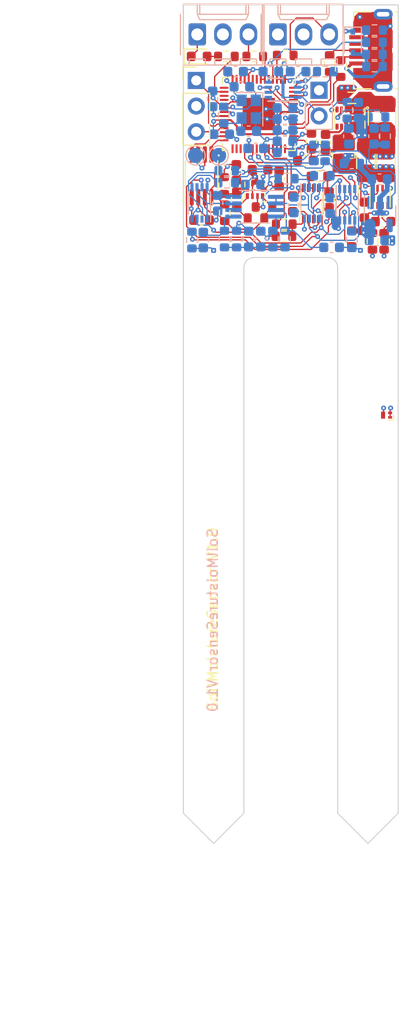
<source format=kicad_pcb>
(kicad_pcb (version 20211014) (generator pcbnew)
  (layers (0 "F.Cu" signal) (1 "In1.Cu" signal) (2 "In2.Cu" signal) (31 "B.Cu" signal) (34 "B.Paste" user) (35 "F.Paste" user) (36 "B.SilkS" user "B.Silkscreen") (37 "F.SilkS" user "F.Silkscreen") (38 "B.Mask" user) (39 "F.Mask" user) (44 "Edge.Cuts" user))
  (net 0 "")
  (net 1 "/XIN")
  (net 2 "GND")
  (net 3 "Net-(C2-Pad1)")
  (net 4 "+3V3")
  (net 5 "Net-(C4-Pad1)")
  (net 6 "+24V")
  (net 7 "Net-(C6-Pad2)")
  (net 8 "Net-(C7-Pad1)")
  (net 9 "Net-(C7-Pad2)")
  (net 10 "+1V1")
  (net 11 "Net-(C10-Pad2)")
  (net 12 "Net-(C13-Pad1)")
  (net 13 "Net-(C22-Pad1)")
  (net 14 "+2V5")
  (net 15 "VBUS")
  (net 16 "Net-(D2-Pad2)")
  (net 17 "Net-(J1-Pad2)")
  (net 18 "Net-(J1-Pad3)")
  (net 20 "Net-(J2-Pad1)")
  (net 21 "Net-(J2-Pad3)")
  (net 22 "Net-(J3-Pad1)")
  (net 23 "Net-(J4-Pad3)")
  (net 24 "Net-(J5-Pad3)")
  (net 25 "/XOUT")
  (net 26 "Net-(R2-Pad2)")
  (net 27 "Net-(R3-Pad2)")
  (net 28 "/QSPI_CS")
  (net 29 "Net-(R5-Pad1)")
  (net 30 "/UART1")
  (net 31 "/UART0")
  (net 32 "/QSPI_D1")
  (net 33 "/QSPI_D2")
  (net 34 "/QSPI_D0")
  (net 35 "/QSPI_CLK")
  (net 36 "/QSPI_D3")
  (net 40 "/GAIN_U{slash}ND")
  (net 41 "/GAIN_NCS")
  (net 42 "/EN_Sens")
  (net 50 "/Sens_Clk")
  (net 51 "/SDA")
  (net 52 "/SCL")
  (net 53 "/Csens")
  (net 58 "Net-(R15-Pad2)")
  (net 59 "Net-(C24-Pad1)")
  (net 60 "Net-(R13-Pad2)")
  (net 62 "Net-(R14-Pad2)")
  (net 63 "/capSens/TRI2")
  (net 64 "/capSens/TRI1")
  (net 65 "Net-(U8-Pad1)")
  (net 66 "Net-(C28-Pad2)")
  (net 67 "Net-(C29-Pad2)")
  (net 68 "Net-(J8-Pad1)")
  (net 69 "Net-(R20-Pad1)")
  (net 70 "Net-(R21-Pad1)")
  (net 71 "Net-(R23-Pad1)")
  (net 72 "Net-(C35-Pad1)")
  (net 73 "Net-(R25-Pad1)")
  (net 74 "Net-(C36-Pad1)")
  (net 75 "Net-(J9-Pad1)")
  (net 77 "Net-(C28-Pad1)")
  (net 78 "Net-(C29-Pad1)")
  (net 79 "/capSens/VREF")
  (net 80 "Net-(D1-Pad2)")
  (net 81 "Net-(R22-Pad1)")
  (net 82 "Net-(R24-Pad1)")
  (net 83 "Net-(U6-Pad3)")
  (net 84 "Net-(R29-Pad1)")
  (net 85 "Net-(U10-Pad1)")
  (net 88 "Net-(C5-Pad2)")
  (net 91 "Net-(R6-Pad2)")
  (net 95 "Net-(U13-Pad2)")
  (net 96 "Net-(U13-Pad3)")
  (net 97 "Net-(Q1-Pad1)")
  (net 98 "Net-(Q1-Pad3)")
  (footprint "Capacitor_SMD:C_1206_3216Metric" (layer "F.Cu") (at 233.3 53.9 -90)
    (fp_text reference "C19" hide)
    (fp_text value "22µ" hide)
  )
  (footprint "Capacitor_SMD:C_0603_1608Metric" (layer "F.Cu") (at 217 59.7)
    (fp_text reference "C38" hide)
    (fp_text value "100nF" hide)
  )
  (footprint "Capacitor_SMD:C_1210_3225Metric" (layer "F.Cu") (at 234.9 49.6 90)
    (fp_text reference "C5" hide)
    (fp_text value "10µ" hide)
  )
  (footprint "Resistor_SMD:R_0603_1608Metric" (layer "F.Cu") (at 219.3 58.975 -90)
    (fp_text reference "R28" hide)
    (fp_text value "20k" hide)
  )
  (footprint "Package_SO:VSSOP-8_2.3x2mm_P0.5mm" (layer "F.Cu") (at 231.446428 58.175 -90)
    (fp_text reference "U4" hide)
    (fp_text value "74AUC2G86" hide)
  )
  (footprint "Resistor_SMD:R_0603_1608Metric" (layer "F.Cu") (at 223.196428 58.4 180)
    (fp_text reference "R24" hide)
    (fp_text value "20k" hide)
  )
  (footprint "Resistor_SMD:R_0603_1608Metric" (layer "F.Cu") (at 225.2 60.1)
    (fp_text reference "R29" hide)
    (fp_text value "4.3k" hide)
  )
  (footprint "Capacitor_SMD:C_0603_1608Metric" (layer "F.Cu") (at 229.3 52 90)
    (fp_text reference "C7" hide)
    (fp_text value "100n" hide)
  )
  (footprint "Connector_USB:USB_Micro-B_GCT_USB3076-30-A" (layer "F.Cu") (at 233.8 42.9 90)
    (fp_text reference "J1" hide)
    (fp_text value "USB_B_Micro" hide)
  )
  (footprint "Resistor_SMD:R_0603_1608Metric" (layer "F.Cu") (at 225.175 61.3 180)
    (fp_text reference "R30" hide)
    (fp_text value "10k" hide)
  )
  (footprint "Capacitor_SMD:C_0603_1608Metric" (layer "F.Cu") (at 235 59.85)
    (fp_text reference "C40" hide)
    (fp_text value "100p" hide)
  )
  (footprint "Inductor_SMD:L_0805_2012Metric" (layer "F.Cu") (at 231.9 47.6 180)
    (fp_text reference "L4" hide)
    (fp_text value "1µ" hide)
  )
  (footprint "Capacitor_SMD:C_0603_1608Metric" (layer "F.Cu") (at 233.15 58.7 -90)
    (fp_text reference "C39" hide)
    (fp_text value "100nF" hide)
  )
  (footprint "Capacitor_SMD:C_0603_1608Metric" (layer "F.Cu") (at 220.446428 54.975 90)
    (fp_text reference "C35" hide)
    (fp_text value "10n" hide)
  )
  (footprint "Resistor_SMD:R_0603_1608Metric" (layer "F.Cu") (at 219.246428 56.275 -90)
    (fp_text reference "R27" hide)
    (fp_text value "20k" hide)
  )
  (footprint "Inductor_SMD:L_1008_2520Metric" (layer "F.Cu") (at 231.1 53.3 -90)
    (fp_text reference "L2" hide)
    (fp_text value "4.7u" hide)
  )
  (footprint "Package_SO:MSOP-8_3x3mm_P0.65mm" (layer "F.Cu") (at 217 55.32 90)
    (fp_text reference "U12" hide)
    (fp_text value "MCP4011-xxxxMS" hide)
  )
  (footprint "Capacitor_SMD:C_0603_1608Metric" (layer "F.Cu") (at 227.3 53.8 180)
    (fp_text reference "C4" hide)
    (fp_text value "1µF" hide)
  )
  (footprint "Resistor_SMD:R_0603_1608Metric" (layer "F.Cu") (at 219.465476 43.5 180)
    (fp_text reference "R5" hide)
    (fp_text value "470R" hide)
  )
  (footprint "Bergi:TI_WSON8_2x2mm_noEP" (layer "F.Cu") (at 234.7 57.4 90)
    (fp_text reference "U13" hide)
    (fp_text value "TMP451" hide)
  )
  (footprint "LED_SMD:LED_0603_1608Metric" (layer "F.Cu") (at 216.765476 43.5)
    (fp_text reference "D2" hide)
    (fp_text value "Green" hide)
  )
  (footprint "Resistor_SMD:R_0603_1608Metric" (layer "F.Cu") (at 229.7 44.2 -90)
    (fp_text reference "R2" hide)
    (fp_text value "27" hide)
  )
  (footprint "Bergi:V-DFN3020-13" (layer "F.Cu") (at 231.7 49.6 -90)
    (fp_text reference "U3" hide)
    (fp_text value "AP63357Q" hide)
  )
  (footprint "Resistor_SMD:R_0603_1608Metric" (layer "F.Cu") (at 233.95 61.8 90)
    (fp_text reference "R35" hide)
    (fp_text value "50R" hide)
  )
  (footprint "Inductor_SMD:L_0603_1608Metric" (layer "F.Cu") (at 227.9 51.9 90)
    (fp_text reference "L1" hide)
    (fp_text value "600R" hide)
  )
  (footprint "Capacitor_SMD:C_1206_3216Metric" (layer "F.Cu") (at 235.3 53.9 -90)
    (fp_text reference "C17" hide)
    (fp_text value "22µ" hide)
  )
  (footprint "Capacitor_SMD:C_0603_1608Metric" (layer "F.Cu") (at 229.646428 57.675 -90)
    (fp_text reference "C24" hide)
    (fp_text value "10p" hide)
  )
  (footprint "Resistor_SMD:R_0603_1608Metric" (layer "F.Cu") (at 230.8 44.7 -90)
    (fp_text reference "R3" hide)
    (fp_text value "27" hide)
  )
  (footprint "Capacitor_SMD:C_0603_1608Metric" (layer "F.Cu") (at 226.046428 58.075 -90)
    (fp_text reference "C27" hide)
    (fp_text value "100nF" hide)
  )
  (footprint "Package_SO:VSSOP-8_2.3x2mm_P0.5mm" (layer "F.Cu") (at 227.846428 58.075 90)
    (fp_text reference "U6" hide)
    (fp_text value "74AUC2G86" hide)
  )
  (footprint "Resistor_SMD:R_0603_1608Metric" (layer "F.Cu") (at 222.275 43.5)
    (fp_text reference "R9" hide)
    (fp_text value "1k" hide)
  )
  (footprint "Connector_PinHeader_2.54mm:PinHeader_1x03_P2.54mm_Vertical" (layer "F.Cu") (at 216.475 45.875)
    (fp_text reference "J2" hide)
    (fp_text value "Conn_01x03" hide)
  )
  (footprint "Resistor_SMD:R_0603_1608Metric" (layer "F.Cu") (at 222.4 59.5)
    (fp_text reference "R25" hide)
    (fp_text value "10k" hide)
  )
  (footprint "Capacitor_SMD:C_0603_1608Metric" (layer "F.Cu") (at 231.9 61.55 -90)
    (fp_text reference "C25" hide)
    (fp_text value "100nF" hide)
  )
  (footprint "Capacitor_SMD:C_0603_1608Metric" (layer "F.Cu") (at 224.7 55.6 90)
    (fp_text reference "C36" hide)
    (fp_text value "10n" hide)
  )
  (footprint "Resistor_SMD:R_0603_1608Metric" (layer "F.Cu") (at 235.1 61.8 90)
    (fp_text reference "R36" hide)
    (fp_text value "50R" hide)
  )
  (footprint "Package_DFN_QFN:QFN-56-1EP_7x7mm_P0.4mm_EP3.2x3.2mm" (layer "F.Cu") (at 222.675 49.2 -90)
    (fp_text reference "U2" hide)
    (fp_text value "RP2040" hide)
  )
  (footprint "Package_DFN_QFN:Diodes_DFN1006-3" (layer "F.Cu") (at 235.35 79 180)
    (fp_text reference "Q1" hide)
    (fp_text value "MMBZ3904LP" hide)
  )
  (footprint "Resistor_SMD:R_0603_1608Metric" (layer "F.Cu") (at 225.3 43.4 180)
    (fp_text reference "R8" hide)
    (fp_text value "1k" hide)
  )
  (footprint "Capacitor_SMD:C_0603_1608Metric" (layer "F.Cu") (at 222.8 54.7)
    (fp_text reference "C37" hide)
    (fp_text value "100nF" hide)
  )
  (footprint "Resistor_SMD:R_0603_1608Metric" (layer "F.Cu") (at 228.646428 55.375 180)
    (fp_text reference "R13" hide)
    (fp_text value "500R" hide)
  )
  (footprint "Resistor_SMD:R_0603_1608Metric" (layer "F.Cu") (at 220.496428 57.7 -90)
    (fp_text reference "R26" hide)
    (fp_text value "10k" hide)
  )
  (footprint "Bergi:Texas_S-X2QFN-10" (layer "F.Cu") (at 222.296428 56.7 -90)
    (fp_text reference "U11" hide)
    (fp_text value "TLV9002S" hide)
  )
  (footprint "Capacitor_SMD:C_0603_1608Metric" (layer "B.Cu") (at 225.275 51.9 180)
    (fp_text reference "C21" hide)
    (fp_text value "1µF" hide)
  )
  (footprint "Capacitor_SMD:C_0603_1608Metric" (layer "B.Cu") (at 234.4 61.7)
    (fp_text reference "C26" hide)
    (fp_text value "1µF" hide)
  )
  (footprint "Resistor_SMD:R_0603_1608Metric" (layer "B.Cu") (at 228.15 53.05 -90)
    (fp_text reference "R34" hide)
    (fp_text value "10k" hide)
  )
  (footprint "Resistor_SMD:R_0603_1608Metric" (layer "B.Cu") (at 234.14 43.3)
    (fp_text reference "R31" hide)
    (fp_text value "20R" hide)
  )
  (footprint "Bergi:dummyPad" (layer "B.Cu") (at 218.2 62.7 180)
    (fp_text reference "J6" hide)
    (fp_text value "Conn_01x01" hide)
  )
  (footprint "Capacitor_SMD:C_0603_1608Metric" (layer "B.Cu") (at 226.146428 58.2 90)
    (fp_text reference "C34" hide)
    (fp_text value "100nF" hide)
  )
  (footprint "Resistor_SMD:R_0603_1608Metric" (layer "B.Cu") (at 234.4 49.5 180)
    (fp_text reference "R12" hide)
    (fp_text value "30k" hide)
  )
  (footprint "Capacitor_SMD:C_0603_1608Metric" (layer "B.Cu") (at 218.6 58.025 -90)
    (fp_text reference "C33" hide)
    (fp_text value "100nF" hide)
  )
  (footprint "Resistor_SMD:R_0603_1608Metric" (layer "B.Cu") (at 229.275 45)
    (fp_text reference "R4" hide)
    (fp_text value "1k" hide)
  )
  (footprint "Capacitor_SMD:C_0603_1608Metric" (layer "B.Cu") (at 218.1 47.7 90)
    (fp_text reference "C11" hide)
    (fp_text value "100nF" hide)
  )
  (footprint "Capacitor_SMD:C_0603_1608Metric" (layer "B.Cu") (at 225.275 48.6 180)
    (fp_text reference "C12" hide)
    (fp_text value "100nF" hide)
  )
  (footprint "Resistor_SMD:R_0603_1608Metric" (layer "B.Cu") (at 220.475 61.575 90)
    (fp_text reference "R18" hide)
    (fp_text value "39k" hide)
  )
  (footprint "Bergi:DFN-8-1EP_3x2mm_P0.5mm_EP0.3x1.6mm" (layer "B.Cu") (at 225.075 46.8 180)
    (fp_text reference "U1" hide)
    (fp_text value "W25Q16JVUXIQ" hide)
  )
  (footprint "Capacitor_SMD:C_0603_1608Metric" (layer "B.Cu") (at 231.6 51.4 90)
    (fp_text reference "C6" hide)
    (fp_text value "3.3n" hide)
  )
  (footprint "Resistor_SMD:R_0603_1608Metric" (layer "B.Cu") (at 235.2 51.4 90)
    (fp_text reference "R11" hide)
    (fp_text value "91k" hide)
  )
  (footprint "Capacitor_SMD:C_0603_1608Metric" (layer "B.Cu") (at 225.275 53 180)
    (fp_text reference "C18" hide)
    (fp_text value "100nF" hide)
  )
  (footprint "Capacitor_SMD:C_0603_1608Metric" (layer "B.Cu") (at 232.55 48.825 90)
    (fp_text reference "C10" hide)
    (fp_text value "DNP" hide)
  )
  (footprint "Package_TO_SOT_SMD:SOT-23-5" (layer "B.Cu") (at 234.7 59.1 -90)
    (fp_text reference "U5" hide)
    (fp_text value "MIC5504-2.5YM5" hide)
  )
  (footprint "Capacitor_SMD:C_0603_1608Metric" (layer "B.Cu") (at 221.675 50.9)
    (fp_text reference "C2" hide)
    (fp_text value "12p" hide)
  )
  (footprint "Capacitor_SMD:C_0603_1608Metric" (layer "B.Cu") (at 222.375 52.6)
    (fp_text reference "C16" hide)
    (fp_text value "100nF" hide)
  )
  (footprint "Diode_SMD:D_SOD-323" (layer "B.Cu") (at 232 42.1 -90)
    (fp_text reference "D1" hide)
    (fp_text value "BAT54W" hide)
  )
  (footprint "Resistor_SMD:R_0603_1608Metric" (layer "B.Cu") (at 216.046428 61.675 90)
    (fp_text reference "R15" hide)
    (fp_text value "2k2" hide)
  )
  (footprint "Connector_PinSocket_2.54mm:PinSocket_1x02_P2.54mm_Vertical" (layer "B.Cu") (at 228.65 46.85 180)
    (fp_text reference "J3" hide)
    (fp_text value "Conn_01x02" hide)
  )
  (footprint "Capacitor_SMD:C_0603_1608Metric" (layer "B.Cu") (at 220.375 45 180)
    (fp_text reference "C8" hide)
    (fp_text value "100nF" hide)
  )
  (footprint "Capacitor_SMD:C_0603_1608Metric" (layer "B.Cu") (at 229.9 62.4 180)
    (fp_text reference "C28" hide)
    (fp_text value "100p" hide)
  )
  (footprint "Resistor_SMD:R_0603_1608Metric" (layer "B.Cu") (at 234.15 44.5)
    (fp_text reference "R32" hide)
    (fp_text value "20R" hide)
  )
  (footprint "Resistor_SMD:R_0603_1608Metric" (layer "B.Cu") (at 219.5 54.8)
    (fp_text reference "R22" hide)
    (fp_text value "1k" hide)
  )
  (footprint "TestPoint:TestPoint_Pad_D1.5mm" (layer "B.Cu") (at 216.4 53.3 180)
    (fp_text reference "J9" hide)
    (fp_text value "Conn_01x01" hide)
  )
  (footprint "Resistor_SMD:R_0603_1608Metric" (layer "B.Cu") (at 219.2 49.3 -90)
    (fp_text reference "R1" hide)
    (fp_text value "1k" hide)
  )
  (footprint "Resistor_SMD:R_0603_1608Metric" (layer "B.Cu") (at 225.275 61.575 90)
    (fp_text reference "R16" hide)
    (fp_text value "10k" hide)
  )
  (footprint "Capacitor_SMD:C_0603_1608Metric" (layer "B.Cu") (at 219 51.2)
    (fp_text reference "C9" hide)
    (fp_text value "100nF" hide)
  )
  (footprint "Capacitor_SMD:C_0603_1608Metric" (layer "B.Cu") (at 222.1 56.175)
    (fp_text reference "C30" hide)
    (fp_text value "100nF" hide)
  )
  (footprint "Resistor_SMD:R_0603_1608Metric" (layer "B.Cu") (at 225.4 55.6 180)
    (fp_text reference "R21" hide)
    (fp_text value "1k" hide)
  )
  (footprint "Resistor_SMD:R_0603_1608Metric" (layer "B.Cu") (at 231.9 61.65 90)
    (fp_text reference "R14" hide)
    (fp_text value "2k2" hide)
  )
  (footprint "Resistor_SMD:R_0603_1608Metric" (layer "B.Cu") (at 224.075 61.575 -90)
    (fp_text reference "R19" hide)
    (fp_text value "10k" hide)
  )
  (footprint "Capacitor_SMD:C_0603_1608Metric" (layer "B.Cu") (at 222.875 61.575 90)
    (fp_text reference "C32" hide)
    (fp_text value "100n" hide)
  )
  (footprint "Crystal:Crystal_SMD_2520-4Pin_2.5x2.0mm" (layer "B.Cu") (at 221.675 48.725 -90)
    (fp_text reference "Y1" hide)
    (fp_text value "12Mhz" hide)
  )
  (footprint "Capacitor_SMD:C_0603_1608Metric" (layer "B.Cu") (at 223.875 45)
    (fp_text reference "C3" hide)
    (fp_text value "100nF" hide)
  )
  (footprint "Resistor_SMD:R_0603_1608Metric" (layer "B.Cu") (at 228.975 55.3 180)
    (fp_text reference "R20" hide)
    (fp_text value "1k" hide)
  )
  (footprint "Resistor_SMD:R_0603_1608Metric" (layer "B.Cu") (at 229.25 53.05 -90)
    (fp_text reference "R33" hide)
    (fp_text value "10k" hide)
  )
  (footprint "Capacitor_SMD:C_0603_1608Metric" (layer "B.Cu") (at 225.275 50.8 180)
    (fp_text reference "C15" hide)
    (fp_text value "1µF" hide)
  )
  (footprint "Capacitor_SMD:C_0603_1608Metric" (layer "B.Cu") (at 234.1 51.4 -90)
    (fp_text reference "C13" hide)
    (fp_text value "DNP" hide)
  )
  (footprint "Capacitor_SMD:C_0603_1608Metric" (layer "B.Cu") (at 221.675 61.575 -90)
    (fp_text reference "C31" hide)
    (fp_text value "390n" hide)
  )
  (footprint "Bergi:dummyPad" (layer "B.Cu") (at 232.75 62.7 180)
    (fp_text reference "J7" hide)
    (fp_text value "Conn_01x01" hide)
  )
  (footprint "Resistor_SMD:R_0603_1608Metric" (layer "B.Cu") (at 231.45 48.825 -90)
    (fp_text reference "R10" hide)
    (fp_text value "27k" hide)
  )
  (footprint "Capacitor_SMD:C_0603_1608Metric" (layer "B.Cu") (at 221 46.5 180)
    (fp_text reference "C1" hide)
    (fp_text value "12p" hide)
  )
  (footprint "Resistor_SMD:R_0603_1608Metric" (layer "B.Cu") (at 219.275 61.575 90)
    (fp_text reference "R17" hide)
    (fp_text value "10k" hide)
  )
  (footprint "Capacitor_SMD:C_0603_1608Metric" (layer "B.Cu") (at 217.175 61.675 90)
    (fp_text reference "C29" hide)
    (fp_text value "100p" hide)
  )
  (footprint "Connector_Molex:Molex_KK-254_AE-6410-03A_1x03_P2.54mm_Vertical" (layer "B.Cu") (at 224.575 41.32)
    (fp_text reference "J4" hide)
    (fp_text value "Conn_01x03" hide)
  )
  (footprint "Package_SO:VSSOP-8_2.3x2mm_P0.5mm" (layer "B.Cu") (at 231.446428 58.175 -90)
    (fp_text reference "U7" hide)
    (fp_text value "74AUC2G08" hide)
  )
  (footprint "Package_SO:MSOP-8_3x3mm_P0.65mm" (layer "B.Cu") (at 222.275 58.375 180)
    (fp_text reference "U8" hide)
    (fp_text value "OPA2356xxDGK" hide)
  )
  (footprint "Capacitor_SMD:C_0603_1608Metric" (layer "B.Cu") (at 225.275 49.7 180)
    (fp_text reference "C20" hide)
    (fp_text value "100nF" hide)
  )
  (footprint "Inductor_SMD:L_0603_1608Metric" (layer "B.Cu") (at 231.9 54.1)
    (fp_text reference "L3" hide)
    (fp_text value "600R" hide)
  )
  (footprint "Package_SO:VSSOP-8_2.3x2mm_P0.5mm" (layer "B.Cu") (at 216.8 58 90)
    (fp_text reference "U10" hide)
    (fp_text value "74AUC2G66" hide)
  )
  (footprint "Resistor_SMD:R_0603_1608Metric" (layer "B.Cu") (at 219.5 56)
    (fp_text reference "R23" hide)
    (fp_text value "1k" hide)
  )
  (footprint "Capacitor_SMD:C_0603_1608Metric" (layer "B.Cu") (at 226.575 45 180)
    (fp_text reference "C14" hide)
    (fp_text value "100nF" hide)
  )
  (footprint "Connector_Molex:Molex_KK-254_AE-6410-03A_1x03_P2.54mm_Vertical" (layer "B.Cu") (at 216.575 41.32)
    (fp_text reference "J5" hide)
    (fp_text value "Conn_01x03" hide)
  )
  (footprint "Capacitor_SMD:C_0603_1608Metric" (layer "B.Cu") (at 229.746428 58.275 90)
    (fp_text reference "C23" hide)
    (fp_text value "100nF" hide)
  )
  (footprint "Resistor_SMD:R_0603_1608Metric" (layer "B.Cu") (at 234.15 42.1 180)
    (fp_text reference "R6" hide)
    (fp_text value "5.6k" hide)
  )
  (footprint "Package_SO:VSSOP-8_2.3x2mm_P0.5mm" (layer "B.Cu") (at 227.946428 58.003572 -90)
    (fp_text reference "U9" hide)
    (fp_text value "74AUC2G66" hide)
  )
  (footprint "Resistor_SMD:R_0603_1608Metric" (layer "B.Cu") (at 234.15 40.9)
    (fp_text reference "R7" hide)
    (fp_text value "10k" hide)
  )
  (footprint "Capacitor_SMD:C_0603_1608Metric" (layer "B.Cu") (at 234.65 55.65)
    (fp_text reference "C22" hide)
    (fp_text value "1µF" hide)
  )
  (footprint "TestPoint:TestPoint_Pad_D1.5mm" (layer "B.Cu") (at 218.7 53.3 180)
    (fp_text reference "J8" hide)
    (fp_text value "Conn_01x01" hide)
  )
  (gr_line (start 221.2 118.4) (end 221.2 64.4) (layer "Edge.Cuts") (width 0.1))
  (gr_line (start 236.5 38.4) (end 236.5 118.4) (layer "Edge.Cuts") (width 0.1))
  (gr_line (start 236.5 38.4) (end 215.2 38.4) (layer "Edge.Cuts") (width 0.1))
  (gr_line (start 215.2 38.4) (end 215.2 118.4) (layer "Edge.Cuts") (width 0.1))
  (gr_line (start 233.5 121.4) (end 230.5 118.4) (layer "Edge.Cuts") (width 0.1))
  (gr_line (start 229.5 63.4) (end 222.2 63.4) (layer "Edge.Cuts") (width 0.1))
  (gr_line (start 218.2 121.4) (end 221.2 118.4) (layer "Edge.Cuts") (width 0.1))
  (gr_line (start 236.5 118.4) (end 233.5 121.4) (layer "Edge.Cuts") (width 0.1))
  (gr_line (start 215.2 118.4) (end 218.2 121.4) (layer "Edge.Cuts") (width 0.1))
  (gr_arc (start 229.5 63.4) (mid 230.207107 63.692893) (end 230.5 64.4) (layer "Edge.Cuts") (width 0.1))
  (gr_arc (start 221.2 64.4) (mid 221.492893 63.692893) (end 222.2 63.4) (layer "Edge.Cuts") (width 0.1))
  (gr_line (start 230.5 118.4) (end 230.5 64.4) (layer "Edge.Cuts") (width 0.1))
  (gr_text "SoilMoistureSensor V1.0" (at 218.1 99.3 90) (layer "B.SilkS") (effects (font (size 1 1)) (justify mirror)))
  (gr_text "SoilMoistureSensor V1.0" (at 218.1 99.2 90) (layer "F.SilkS") (effects (font (size 1 1))))
  (segment (start 219.2375 48.6) (end 220 48.6) (width 0.127) (layer "F.Cu") (net 1))
  (segment (start 220 48.6) (end 220.1 48.5) (width 0.127) (layer "F.Cu") (net 1))
  (via (at 220.1 48.5) (size 0.5) (drill 0.2) (layers "F.Cu" "B.Cu") (net 1))
  (segment (start 222.375 47.1) (end 221.775 46.5) (width 0.127) (layer "B.Cu") (net 1))
  (segment (start 222.375 47.85) (end 222.375 47.1) (width 0.127) (layer "B.Cu") (net 1))
  (segment (start 220.3 48.7) (end 220.1 48.5) (width 0.127) (layer "B.Cu") (net 1))
  (segment (start 222.375 47.85) (end 221.525 48.7) (width 0.127) (layer "B.Cu") (net 1))
  (segment (start 221.525 48.7) (end 220.3 48.7) (width 0.127) (layer "B.Cu") (net 1))
  (segment (start 230.696428 55.803572) (end 230.7 55.8) (width 0.127) (layer "F.Cu") (net 2))
  (segment (start 235.3 51.475) (end 234.9 51.075) (width 0.127) (layer "F.Cu") (net 2))
  (segment (start 235.3 52.8) (end 235.9 53.4) (width 0.127) (layer "F.Cu") (net 2))
  (segment (start 235.7465 56.55) (end 235.45 56.55) (width 0.127) (layer "F.Cu") (net 2))
  (segment (start 224.35 61.3) (end 223.7 61.3) (width 0.127) (layer "F.Cu") (net 2))
  (segment (start 232.7 39.6) (end 232.7 40.71) (width 0.127) (layer "F.Cu") (net 2))
  (segment (start 229.646428 59.610582) (end 229.646428 58.45) (width 0.127) (layer "F.Cu") (net 2))
  (segment (start 227.838873 60.438873) (end 227.596428 60.196428) (width 0.127) (layer "F.Cu") (net 2))
  (segment (start 227.596428 59.296428) (end 227.596428 59.625) (width 0.127) (layer "F.Cu") (net 2))
  (segment (start 219.2375 48.2) (end 218.74 48.2) (width 0.127) (layer "F.Cu") (net 2))
  (segment (start 215.977976 43.5) (end 216.575 42.902976) (width 0.127) (layer "F.Cu") (net 2))
  (segment (start 227.15 58.85) (end 227.596428 59.296428) (width 0.127) (layer "F.Cu") (net 2))
  (segment (start 233.3 52.425) (end 235.3 52.425) (width 0.127) (layer "F.Cu") (net 2))
  (segment (start 231.196428 59.725) (end 231.196428 58.918682) (width 0.127) (layer "F.Cu") (net 2))
  (segment (start 219.7 48.2) (end 219.9 48) (width 0.127) (layer "F.Cu") (net 2))
  (segment (start 228.238873 60.438873) (end 228.596428 60.081318) (width 0.127) (layer "F.Cu") (net 2))
  (segment (start 233.3 52.425) (end 233.3 51.4) (width 0.127) (layer "F.Cu") (net 2))
  (segment (start 233.12 40.78) (end 233.05 40.71) (width 0.127) (layer "F.Cu") (net 2))
  (segment (start 231.196428 61.646428) (end 231.196428 59.725) (width 0.127) (layer "F.Cu") (net 2))
  (segment (start 233.15 59.45) (end 233.15 59.475) (width 0.127) (layer "F.Cu") (net 2))
  (segment (start 224.275 54.7) (end 224.7 55.125) (width 0.127) (layer "F.Cu") (net 2))
  (segment (start 219.246428 54.709219) (end 219.755647 54.2) (width 0.127) (layer "F.Cu") (net 2))
  (segment (start 219.2375 48.2) (end 219.7 48.2) (width 0.127) (layer "F.Cu") (net 2))
  (segment (start 234.025 46.675) (end 235 46.675) (width 0.127) (layer "F.Cu") (net 2))
  (segment (start 221.475 48) (end 222.675 49.2) (width 0.127) (layer "F.Cu") (net 2))
  (segment (start 233.6015 58.9985) (end 233.15 59.45) (width 0.127) (layer "F.Cu") (net 2))
  (segment (start 233.3 52.425) (end 234.1 53.225) (width 0.127) (layer "F.Cu") (net 2))
  (segment (start 219.246428 55.45) (end 219.246428 54.709219) (width 0.127) (layer "F.Cu") (net 2))
  (segment (start 234.975 41.6) (end 235.35 41.975) (width 0.127) (layer "F.Cu") (net 2))
  (segment (start 216.675 57.5875) (end 216.675 58.6) (width 0.127) (layer "F.Cu") (net 2))
  (segment (start 216.575 42.902976) (end 216.575 41.32) (width 0.127) (layer "F.Cu") (net 2))
  (segment (start 228.238873 60.438873) (end 227.838873 60.438873) (width 0.127) (layer "F.Cu") (net 2))
  (segment (start 220.446428 54.2) (end 219.755647 54.2) (width 0.127) (layer "F.Cu") (net 2))
  (segment (start 232.3875 51.0875) (end 232.6 51.3) (width 0.127) (layer "F.Cu") (net 2))
  (segment (start 218.74 48.2) (end 218.14 47.6) (width 0.127) (layer "F.Cu") (net 2))
  (segment (start 232.3875 50.35) (end 232.3875 51.0875) (width 0.127) (layer "F.Cu") (net 2))
  (segment (start 220.1 48) (end 221.475 48) (width 0.127) (layer "F.Cu") (net 2))
  (segment (start 220.1 48) (end 220.1 47.6) (width 0.127) (layer "F.Cu") (net 2))
  (segment (start 229.39 59.86701) (end 229.646428 59.610582) (width 0.127) (layer "F.Cu") (net 2))
  (segment (start 235 46.675) (end 235 40.6) (width 0.127) (layer "F.Cu") (net 2))
  (segment (start 235.3 52.425) (end 235.3 53.4) (width 0.127) (layer "F.Cu") (net 2))
  (segment (start 235.42 40.78) (end 233.12 40.78) (width 0.127) (layer "F.Cu") (net 2))
  (segment (start 235.3 52.425) (end 235.3 51.475) (width 0.127) (layer "F.Cu") (net 2))
  (segment (start 223.046428 56.075) (end 223.046428 55.453572) (width 0.127) (layer "F.Cu") (net 2))
  (segment (start 231.9 62.325) (end 231.875 62.325) (width 0.127) (layer "F.Cu") (net 2))
  (segment (start 223.046428 55.453572) (end 223.5 55) (width 0.127) (layer "F.Cu") (net 2))
  (segment (start 233.3 51.4) (end 233.2 51.3) (width 0.127) (layer "F.Cu") (net 2))
  (segment (start 223.675 54.7) (end 224.275 54.7) (width 0.127) (layer "F.Cu") (net 2))
  (segment (start 235.3 52.425) (end 235.3 52.8) (width 0.127) (layer "F.Cu") (net 2))
  (segment (start 228.596428 60.081318) (end 228.596428 59.625) (width 0.127) (layer "F.Cu") (net 2))
  (segment (start 232.77 45.42) (end 234.025 46.675) (width 0.127) (layer "F.Cu") (net 2))
  (segment (start 235.7 40.5) (end 235.42 40.78) (width 0.127) (layer "F.Cu") (net 2))
  (segment (start 235.7 40.5) (end 235.6 40.6) (width 0.127) (layer "F.Cu") (net 2))
  (segment (start 234.1 58.9985) (end 233.6015 58.9985) (width 0.127) (layer "F.Cu") (net 2))
  (segment (start 230.696428 56.625) (end 230.696428 55.803572) (width 0.127) (layer "F.Cu") (net 2))
  (segment (start 216.675 58.6) (end 217.775 59.7) (width 0.127) (layer "F.Cu") (net 2))
  (segment (start 235.3 52.8) (end 234.7 53.4) (width 0.127) (layer "F.Cu") (net 2))
  (segment (start 226.046428 58.85) (end 227.15 58.85) (width 0.127) (layer "F.Cu") (net 2))
  (segment (start 235 40.6) (end 235 39.525) (width 0.127) (layer "F.Cu") (net 2))
  (segment (start 226.95 53.15) (end 226.525 53.575) (width 0.127) (layer "F.Cu") (net 2))
  (segment (start 232.9 41.6) (end 234.975 41.6) (width 0.127) (layer "F.Cu") (net 2))
  (segment (start 234.1 53.225) (end 234.1 53.4) (width 0.127) (layer "F.Cu") (net 2))
  (segment (start 231.875 62.325) (end 231.196428 61.646428) (width 0.127) (layer "F.Cu") (net 2))
  (segment (start 223.7 61.3) (end 223.5 61.5) (width 0.127) (layer "F.Cu") (net 2))
  (segment (start 218.4485 59.7) (end 217.775 59.7) (width 0.127) (layer "F.Cu") (net 2))
  (segment (start 231.196428 58.918682) (end 231.188873 58.911127) (width 0.127) (layer "F.Cu") (net 2))
  (segment (start 219.755647 54.2) (end 219.564176 54.391471) (width 0.127) (layer "F.Cu") (net 2))
  (segment (start 226.525 53.575) (end 226.525 53.8) (width 0.127) (layer "F.Cu") (net 2))
  (segment (start 219.9 48) (end 220.1 48) (width 0.127) (layer "F.Cu") (net 2))
  (segment (start 227.596428 60.196428) (end 227.596428 59.625) (width 0.127) (layer "F.Cu") (net 2))
  (via (at 216.66 58.711127) (size 0.5) (drill 0.2) (layers "F.Cu" "B.Cu") (net 2))
  (via (at 218.4485 59.7) (size 0.5) (drill 0.2) (layers "F.Cu" "B.Cu") (net 2))
  (via (at 223.1 55.4) (size 0.5) (drill 0.2) (layers "F.Cu" "B.Cu") (net 2))
  (via (at 234.1 58.9985) (size 0.5) (drill 0.2) (layers "F.Cu" "B.Cu") (net 2))
  (via (at 226.95 53.15) (size 0.5) (drill 0.2) (layers "F.Cu" "B.Cu") (net 2))
  (via (at 233.2 51.3) (size 0.5) (drill 0.2) (layers "F.Cu" "B.Cu") (net 2))
  (via (at 219.564176 54.391471) (size 0.5) (drill 0.2) (layers "F.Cu" "B.Cu") (net 2))
  (via (at 227.1 57.5) (size 0.5) (drill 0.2) (layers "F.Cu" "B.Cu") (net 2))
  (via (at 220.492623 51.723186) (size 0.5) (drill 0.2) (layers "F.Cu" "B.Cu") (net 2))
  (via (at 235.9 62) (size 0.5) (drill 0.2) (layers "F.Cu" "B.Cu") (net 2))
  (via (at 218.14 47.6) (size 0.5) (drill 0.2) (layers "F.Cu" "B.Cu") (net 2))
  (via (at 235.35 59) (size 0.5) (drill 0.2) (layers "F.Cu" "B.Cu") (net 2))
  (via (at 232.25 57.5) (size 0.5) (drill 0.2) (layers "F.Cu" "B.Cu") (net 2))
  (via (at 223.5 51.7) (size 0.5) (drill 0.2) (layers "F.Cu" "B.Cu") (net 2))
  (via (at 223.5 49.7) (size 0.5) (drill 0.2) (layers "F.Cu" "B.Cu") (net 2))
  (via (at 234.7 53.4) (size 0.5) (drill 0.2) (layers "F.Cu" "B.Cu") (net 2))
  (via (at 235.9 61.5015) (size 0.5) (drill 0.2) (layers "F.Cu" "B.Cu") (net 2))
  (via (at 229.39 59.86701) (size 0.5) (drill 0.2) (layers "F.Cu" "B.Cu") (net 2))
  (via (at 228.4 57.5) (size 0.5) (drill 0.2) (layers "F.Cu" "B.Cu") (net 2))
  (via (at 235.3 53.4) (size 0.5) (drill 0.2) (layers "F.Cu" "B.Cu") (net 2))
  (via (at 232.6 51.3) (size 0.5) (drill 0.2) (layers "F.Cu" "B.Cu") (net 2))
  (via (at 231.188873 58.911127) (size 0.5) (drill 0.2) (layers "F.Cu" "B.Cu") (net 2))
  (via (at 225.2 44.2) (size 0.5) (drill 0.2) (layers "F.Cu" "B.Cu") (net 2))
  (via (at 228.238873 60.438873) (size 0.5) (drill 0.2) (layers "F.Cu" "B.Cu") (net 2))
  (via (at 220.1 47.6) (size 0.5) (drill 0.2) (layers "F.Cu" "B.Cu") (net 2))
  (via (at 223.4 48.7) (size 0.5) (drill 0.2) (layers "F.Cu" "B.Cu") (net 2))
  (via (at 235.9 53.4) (size 0.5) (drill 0.2) (layers "F.Cu" "B.Cu") (net 2))
  (via (at 234.1 53.4) (size 0.5) (drill 0.2) (layers "F.Cu" "B.Cu") (net 2))
  (via (at 232.7 39.6) (size 0.5) (drill 0.2) (layers "F.Cu" "B.Cu") (net 2))
  (via (at 230.7 55.8) (size 0.5) (drill 0.2) (layers "F.Cu" "B.Cu") (net 2))
  (via (at 235.7 40.5) (size 0.5) (drill 0.2) (layers "F.Cu" "B.Cu") (net 2))
  (via (at 223.5 61.5) (size 0.5) (drill 0.2) (layers "F.Cu" "B.Cu") (net 2))
  (via (at 219.5 45.9) (size 0.5) (drill 0.2) (layers "F.Cu" "B.Cu") (net 2))
  (via (at 235.7465 56.55) (size 0.5) (drill 0.2) (layers "F.Cu" "B.Cu") (net 2))
  (segment (start 220.975 47.85) (end 220.35 47.85) (width 0.127) (layer "B.Cu") (net 2))
  (segment (start 234.7 58.95) (end 234.7485 58.9985) (width 0.5) (layer "B.Cu") (net 2))
  (segment (start 223.15 52.6) (end 224.4 52.6) (width 0.127) (layer "B.Cu") (net 2))
  (segment (start 222.375 49.6) (end 223.4 49.6) (width 0.127) (layer "B.Cu") (net 2))
  (segment (start 224.65 45) (end 224.65 44.75) (width 0.127) (layer "B.Cu") (net 2))
  (segment (start 231.45 52.175) (end 231.725 52.175) (width 0.127) (layer "B.Cu") (net 2))
  (segment (start 234.7 57.9625) (end 234.7 58.5) (width 0.127) (layer "B.Cu") (net 2))
  (segment (start 223.5 61.5) (end 223.5 61.425) (width 0.127) (layer "B.Cu") (net 2))
  (segment (start 216.21 59.39) (end 216.05 59.55) (width 0.127) (layer "B.Cu") (net 2))
  (segment (start 231.5 52.075) (end 231.6 52.175) (width 0.127) (layer "B.Cu") (net 2))
  (segment (start 223.5 49.7) (end 224.5 49.7) (width 0.127) (layer "B.Cu") (net 2))
  (segment (start 222.375 50.825) (end 222.375 49.6) (width 0.127) (layer "B.Cu") (net 2))
  (segment (start 235.3485 58.9985) (end 235.35 59) (width 0.5) (layer "B.Cu") (net 2))
  (segment (start 225.075 46.8) (end 225.075 45.425) (width 0.127) (layer "B.Cu") (net 2))
  (segment (start 223.5 51.7) (end 224.3 51.7) (width 0.127) (layer "B.Cu") (net 2))
  (segment (start 222.45 50.95) (end 222.45 50.9) (width 0.127) (layer "B.Cu") (net 2))
  (segment (start 220.225 47.1) (end 220.975 47.85) (width 0.127) (layer "B.Cu") (net 2))
  (segment (start 224.3875 59.35) (end 224.3875 60.6125) (width 0.127) (layer "B.Cu") (net 2))
  (segment (start 224.3875 60.6125) (end 223.5 61.5) (width 0.127) (layer "B.Cu") (net 2))
  (segment (start 235.7 40.5) (end 235.3 40.9) (width 0.127) (layer "B.Cu") (net 2))
  (segment (start 225.075 45.725) (end 225.8 45) (width 0.127) (layer "B.Cu") (net 2))
  (segment (start 235.425 56.725) (end 235.425 55.65) (width 0.5) (layer "B.Cu") (net 2))
  (segment (start 223.5 51.7) (end 223.2 51.7) (width 0.127) (layer "B.Cu") (net 2))
  (segment (start 219.775 51.2) (end 219.969437 51.2) (width 0.127) (layer "B.Cu") (net 2))
  (segment (start 225.075 46.8) (end 225.075 45.725) (width 0.127) (layer "B.Cu") (net 2))
  (segment (start 223.4 49.6) (end 223.5 49.7) (width 0.127) (layer "B.Cu") (net 2))
  (segment (start 235.9 61.5015) (end 235.7985 61.5015) (width 0.127) (layer "B.Cu") (net 2))
  (segment (start 234.2015 58.9985) (end 234.7 58.5) (width 0.127) (layer "B.Cu") (net 2))
  (segment (start 218.6 59.6) (end 218.6 58.8) (width 0.127) (layer "B.Cu") (net 2))
  (segment (start 234.7 57.9625) (end 234.7 57.45) (width 0.5) (layer "B.Cu") (net 2))
  (segment (start 216.66 58.711127) (end 216.488873 58.711127) (width 0.127) (layer "B.Cu") (net 2))
  (segment (start 229.746428 56.553572) (end 229.746428 57.5) (width 0.127) (layer "B.Cu") (net 2))
  (segment (start 234.1 58.9985) (end 234.2015 58.9985) (width 0.127) (layer "B.Cu") (net 2))
  (segment (start 218.14 47.6) (end 218.14 46.965) (width 0.127) (layer "B.Cu") (net 2))
  (segment (start 226.146428 57.3) (end 226.9 57.3) (width 0.127) (layer "B.Cu") (net 2))
  (segment (start 216.21 58.99) (end 216.21 59.39) (width 0.127) (layer "B.Cu") (net 2))
  (segment (start 225.075 47.375) (end 225.075 46.8) (width 0.127) (layer "B.Cu") (net 2))
  (segment (start 223.5 61.325) (end 224.075 60.75) (width 0.127) (layer "B.Cu") (net 2))
  (segment (start 223.15 52.05) (end 223.15 52.6) (width 0.127) (layer "B.Cu") (net 2))
  (segment (start 223.5 51.7) (end 223.15 52.05) (width 0.127) (layer "B.Cu") (net 2))
  (segment (start 235.6 61.7) (end 235.175 61.7) (width 0.127) (layer "B.Cu") (net 2))
  (segment (start 234.7 57.9625) (end 234.7 58.95) (width 0.5) (layer "B.Cu") (net 2))
  (segment (start 228.65 49.173) (end 228.65 49.39) (width 0.127) (layer "B.Cu") (net 2))
  (segment (start 228.4 57.4) (end 228.4 57.5) (width 0.127) (layer "B.Cu") (net 2))
  (segment (start 220.225 46.5) (end 220.225 47.1) (width 0.127) (layer "B.Cu") (net 2))
  (segment (start 228.696428 56.453572) (end 228.696428 57.103572) (width 0.127) (layer "B.Cu") (net 2))
  (segment (start 232.6 51.3) (end 233.2 51.3) (width 0.127) (layer "B.Cu") (net 2))
  (segment (start 218.5 59.7) (end 218.6 59.6) (width 0.127) (layer "B.Cu") (net 2))
  (segment (start 225.25 47.55) (end 226.525 47.55) (width 0.127) (layer "B.Cu") (net 2))
  (segment (start 223.5 61.5) (end 223.5 61.325) (width 0.127) (layer "B.Cu") (net 2))
  (segment (start 224.4 52.6) (end 224.5 52.5) (width 0.127) (layer "B.Cu") (net 2))
  (segment (start 234.7 58.5) (end 235.05 58.85) (width 0.127) (layer "B.Cu") (net 2))
  (segment (start 231.725 52.175) (end 232.6 51.3) (width 0.127) (layer "B.Cu") (net 2))
  (segment (start 225.8 45) (end 225.8 44.8) (width 0.127) (layer "B.Cu") (net 2))
  (segment (start 226.9 57.3) (end 227.1 57.5) (width 0.127) (layer "B.Cu") (net 2))
  (segment (start 220.225 46.5) (end 220.1 46.5) (width 0.127) (layer "B.Cu") (net 2))
  (segment (start 226.525 47.55) (end 227.027 47.55) (width 0.127) (layer "B.Cu") (net 2))
  (segment (start 232.25 57.5) (end 232.25 56.85) (width 0.127) (layer "B.Cu") (net 2))
  (segment (start 230.7 55.8) (end 230.5 55.8) (width 0.127) (layer "B.Cu") (net 2))
  (segment (start 235.7985 61.5015) (end 235.6 61.7) (width 0.127) (layer "B.Cu") (net 2))
  (segment (start 224.65 44.75) (end 225.2 44.2) (width 0.127) (layer "B.Cu") (net 2))
  (segment (start 222.875 56.175) (end 223.1 55.95) (width 0.127) (layer "B.Cu") (net 2))
  (segment (start 234.7 57.45) (end 235.425 56.725) (width 0.5) (layer "B.Cu") (net 2))
  (segment (start 222.45 50.9) (end 222.375 50.825) (width 0.127) (layer "B.Cu") (net 2))
  (segment (start 219.6 45) (end 219.6 45.8) (width 0.127) (layer "B.Cu") (net 2))
  (segment (start 218.14 46.965) (end 218.1 46.925) (width 0.127) (layer "B.Cu") (net 2))
  (segment (start 234.1 58.9985) (end 234.7485 58.9985) (width 0.5) (layer "B.Cu") (net 2))
  (segment (start 220.35 47.85) (end 220.1 47.6) (width 0.127) (layer "B.Cu") (net 2))
  (segment (start 220.1 46.5) (end 219.5 45.9) (width 0.127) (layer "B.Cu") (net 2))
  (segment (start 218.4485 59.7) (end 218.5 59.7) (width 0.127) (layer "B.Cu") (net 2))
  (segment (start 234.7485 58.9985) (end 235.3485 58.9985) (width 0.5) (layer "B.Cu") (net 2))
  (segment (start 225.25 47.55) (end 225.075 47.375) (width 0.127) (layer "B.Cu") (net 2))
  (segment (start 228.5 57.3) (end 228.4 57.4) (width 0.127) (layer "B.Cu") (net 2))
  (segment (start 224.4 48.7) (end 224.5 48.6) (width 0.127) (layer "B.Cu") (net 2))
  (segment (start 235.3 40.9) (end 234.75 40.9) (width 0.127) (layer "B.Cu") (net 2))
  (segment (start 219.6 45.8) (end 219.5 45.9) (width 0.127) (layer "B.Cu") (net 2))
  (segment (start 224.5 53) (end 224.5 52.5) (width 0.127) (layer "B.Cu") (net 2))
  (segment (start 235.9 62) (end 235.6 61.7) (width 0.127) (layer "B.Cu") (net 2))
  (segment (start 232.196428 56.796428) (end 232.196428 56.625) (width 0.127) (layer "B.Cu") (net 2))
  (segment (start 216.488873 58.711127) (end 216.21 58.99) (width 0.127) (layer "B.Cu") (net 2))
  (segment (start 223.2 51.7) (end 222.45 50.95) (width 0.127) (layer "B.Cu") (net 2))
  (segment (start 224.3 51.7) (end 224.5 51.9) (width 0.127) (layer "B.Cu") (net 2))
  (segment (start 227.027 47.55) (end 228.65 49.173) (width 0.127) (layer "B.Cu") (net 2))
  (segment (start 222.375 49.6) (end 223.275 48.7) (width 0.127) (layer "B.Cu") (net 2))
  (segment (start 232.25 56.85) (end 232.196428 56.796428) (width 0.127) (layer "B.Cu") (net 2))
  (segment (start 223.4 48.7) (end 224.4 48.7) (width 0.127) (layer "B.Cu") (net 2))
  (segment (start 225.8 44.8) (end 225.2 44.2) (width 0.127) (layer "B.Cu") (net 2))
  (segment (start 228.696428 57.103572) (end 228.5 57.3) (width 0.127) (layer "B.Cu") (net 2))
  (segment (start 223.1 55.95) (end 223.1 55.4) (width 0.127) (layer "B.Cu") (net 2))
  (segment (start 223.275 48.7) (end 223.4 48.7) (width 0.127) (layer "B.Cu") (net 2))
  (segment (start 223.5 61.425) (end 222.875 60.8) (width 0.127) (layer "B.Cu") (net 2))
  (segment (start 230.5 55.8) (end 229.746428 56.553572) (width 0.127) (layer "B.Cu") (net 2))
  (segment (start 219.969437 51.2) (end 220.492623 51.723186) (width 0.127) (layer "B.Cu") (net 2))
  (segment (start 224.5 52.5) (end 224.5 48.6) (width 0.127) (layer "B.Cu") (net 2))
  (segment (start 225.075 45.425) (end 224.65 45) (width 0.127) (layer "B.Cu") (net 2))
  (segment (start 220.975 49.6) (end 220.975 50.825) (width 0.127) (layer "B.Cu") (net 3))
  (segment (start 220.45 50.125) (end 220.975 49.6) (width 0.127) (layer "B.Cu") (net 3))
  (segment (start 219.2 50.125) (end 220.45 50.125) (width 0.127) (layer "B.Cu") (net 3))
  (segment (start 220.975 50.825) (end 220.9 50.9) (width 0.127) (layer "B.Cu") (net 3))
  (segment (start 226.8625 52.6375) (end 225.275 52.6375) (width 0.127) (layer "F.Cu") (net 4))
  (segment (start 227 51.2) (end 227.8125 51.2) (width 0.127) (layer "F.Cu") (net 4))
  (segment (start 225.275 45.7625) (end 225.635998 45.7625) (width 0.127) (layer "F.Cu") (net 4))
  (segment (start 234.975 55.375) (end 234.7 55.1) (width 0.127) (layer "F.Cu") (net 4))
  (segment (start 221.675 51.825) (end 221.7 51.8) (width 0.127) (layer "F.Cu") (net 4))
  (segment (start 235.3 55.375) (end 235.3 54.4) (width 0.127) (layer "F.Cu") (net 4))
  (segment (start 216.025 57.5875) (end 216.025 58.625) (width 0.127) (layer "F.Cu") (net 4))
  (segment (start 225.9125 49.6) (end 226.1125 49.8) (width 0.127) (layer "F.Cu") (net 4))
  (segment (start 235.9 55) (end 235.9 54.4) (width 0.127) (layer "F.Cu") (net 4))
  (segment (start 218.3 49.4) (end 218.2 49.3) (width 0.127) (layer "F.Cu") (net 4))
  (segment (start 235.3 55.375) (end 235.525 55.375) (width 0.127) (layer "F.Cu") (net 4))
  (segment (start 227 52.5) (end 226.8625 52.6375) (width 0.127) (layer "F.Cu") (net 4))
  (segment (start 231.1 54.375) (end 231.1 53.45) (width 0.127) (layer "F.Cu") (net 4))
  (segment (start 233.425 58.2) (end 233.15 57.925) (width 0.127) (layer "F.Cu") (net 4))
  (segment (start 216.025 58.625) (end 215.973373 58.573373) (width 0.127) (layer "F.Cu") (net 4))
  (segment (start 227.8125 51.2) (end 227.9 51.1125) (width 0.127) (layer "F.Cu") (net 4))
  (segment (start 221.675 45.225) (end 222.1 44.8) (width 0.127) (layer "F.Cu") (net 4))
  (segment (start 231.95 53.3) (end 231.95 53.525) (width 0.127) (layer "F.Cu") (net 4))
  (segment (start 221.675 52.6375) (end 221.675 51.825) (width 0.127) (layer "F.Cu") (net 4))
  (segment (start 232.8 55.875) (end 232.8 57.575) (width 0.127) (layer "F.Cu") (net 4))
  (segment (start 227 51.2) (end 226.8 51.4) (width 0.127) (layer "F.Cu") (net 4))
  (segment (start 234.7 55.1) (end 234.7 54.4) (width 0.127) (layer "F.Cu") (net 4))
  (segment (start 226.8 51.4) (end 226.1125 51.4) (width 0.127) (layer "F.Cu") (net 4))
  (segment (start 219.2375 49.4) (end 218.3 49.4) (width 0.127) (layer "F.Cu") (net 4))
  (segment (start 235.3 55.375) (end 234.975 55.375) (width 0.127) (layer "F.Cu") (net 4))
  (segment (start 235.8 55.1) (end 235.9 55) (width 0.127) (layer "F.Cu") (net 4))
  (segment (start 216.025 58.625) (end 216.025 59.5) (width 0.127) (layer "F.Cu") (net 4))
  (segment (start 225.635998 45.7625) (end 225.773498 45.9) (width 0.127) (layer "F.Cu") (net 4))
  (segment (start 233.95 58.2) (end 233.425 58.2) (width 0.127) (layer "F.Cu") (net 4))
  (segment (start 221.675 45.7625) (end 221.675 45.225) (width 0.127) (layer "F.Cu") (net 4))
  (segment (start 234.1 54.4) (end 234.1 54.575) (width 0.127) (layer "F.Cu") (net 4))
  (segment (start 225.9125 49.6) (end 226.1125 49.4) (width 0.127) (layer "F.Cu") (net 4))
  (segment (start 234.1 54.575) (end 233.3 55.375) (width 0.127) (layer "F.Cu") (net 4))
  (segment (start 232.8 57.575) (end 233.15 57.925) (width 0.127) (layer "F.Cu") (net 4))
  (segment (start 231.95 53.525) (end 231.1 54.375) (width 0.127) (layer "F.Cu") (net 4))
  (segment (start 225.3265 49.6) (end 225.9125 49.6) (width 0.127) (layer "F.Cu") (net 4))
  (segment (start 233.3 55.375) (end 232.8 55.875) (width 0.127) (layer "F.Cu") (net 4))
  (segment (start 216.025 59.5) (end 216.225 59.7) (width 0.127) (layer "F.Cu") (net 4))
  (segment (start 231.1 53.45) (end 231.25 53.3) (width 0.127) (layer "F.Cu") (net 4))
  (segment (start 235.525 55.375) (end 235.8 55.1) (width 0.127) (layer "F.Cu") (net 4))
  (via (at 215.973373 58.573373) (size 0.5) (drill 0.2) (layers "F.Cu" "B.Cu") (net 4))
  (via (at 234.1 54.4) (size 0.5) (drill 0.2) (layers "F.Cu" "B.Cu") (net 4))
  (via (at 231.95 53.3) (size 0.5) (drill 0.2) (layers "F.Cu" "B.Cu") (net 4))
  (via (at 235.3 54.4) (size 0.5) (drill 0.2) (layers "F.Cu" "B.Cu") (net 4))
  (via (at 227 52.5) (size 0.5) (drill 0.2) (layers "F.Cu" "B.Cu") (net 4))
  (via (at 225.773498 45.9) (size 0.5) (drill 0.2) (layers "F.Cu" "B.Cu") (net 4))
  (via (at 221.7 51.8) (size 0.5) (drill 0.2) (layers "F.Cu" "B.Cu") (net 4))
  (via (at 234.7 54.4) (size 0.5) (drill 0.2) (layers "F.Cu" "B.Cu") (net 4))
  (via (at 227 51.2) (size 0.5) (drill 0.2) (layers "F.Cu" "B.Cu") (net 4))
  (via (at 222.1 44.8) (size 0.5) (drill 0.2) (layers "F.Cu" "B.Cu") (net 4))
  (via (at 231.25 53.3) (size 0.5) (drill 0.2) (layers "F.Cu" "B.Cu") (net 4))
  (via (at 225.3265 49.6) (size 0.5) (drill 0.2) (layers "F.Cu" "B.Cu") (net 4))
  (via (at 218.2 49.3) (size 0.5) (drill 0.2) (layers "F.Cu" "B.Cu") (net 4))
  (via (at 235.9 54.4) (size 0.5) (drill 0.2) (layers "F.Cu" "B.Cu") (net 4))
  (segment (start 227 52.5) (end 226.55 52.5) (width 0.127) (layer "B.Cu") (net 4))
  (segment (start 221.7 52.5) (end 221.6 52.6) (width 0.127) (layer "B.Cu") (net 4))
  (segment (start 227 51.2) (end 226.3 51.9) (width 0.127) (layer "B.Cu") (net 4))
  (segment (start 225.973498 45.7) (end 226.3 45.7) (width 0.127) (layer "B.Cu") (net 4))
  (segment (start 234.15 52.225) (end 234.1 52.175) (width 0.5) (layer "B.Cu") (net 4))
  (segment (start 231.25 53.3) (end 231.95 53.3) (width 0.5) (layer "B.Cu") (net 4))
  (segment (start 233.604 52.671) (end 234.1 52.175) (width 0.127) (layer "B.Cu") (net 4))
  (segment (start 234.1 54.4) (end 233.604 53.904) (width 0.127) (layer "B.Cu") (net 4))
  (segment (start 221.7 51.8) (end 221.7 52.5) (width 0.127) (layer "B.Cu") (net 4))
  (segment (start 222.1 44.8) (end 221.35 44.8) (width 0.127) (layer "B.Cu") (net 4))
  (segment (start 234.1 52.175) (end 235.15 52.175) (width 0.127) (layer "B.Cu") (net 4))
  (segment (start 223.625 46.05) (end 223.625 45.525) (width 0.127) (layer "B.Cu") (net 4))
  (segment (start 233.604 53.904) (end 233.604 52.671) (width 0.127) (layer "B.Cu") (net 4))
  (segment (start 221.35 44.8) (end 221.15 45) (width 0.127) (layer "B.Cu") (net 4))
  (segment (start 227.35 45) (end 227 45) (width 0.127) (layer "B.Cu") (net 4))
  (segment (start 229.25 52.225) (end 227.275 52.225) (width 0.127) (layer "B.Cu") (net 4))
  (segment (start 222.1 44.8) (end 222.9 44.8) (width 0.127) (layer "B.Cu") (net 4))
  (segment (start 231.25 53.9875) (end 231.3625 54.1) (width 0.5) (layer "B.Cu") (net 4))
  (segment (start 223.625 45.525) (end 223.1 45) (width 0.127) (layer "B.Cu") (net 4))
  (segment (start 231.3625 53.8875) (end 231.3625 54.1) (width 0.5) (layer "B.Cu") (net 4))
  (segment (start 227 45) (end 226.3 45.7) (width 0.127) (layer "B.Cu") (net 4))
  (segment (start 227.275 52.225) (end 227 52.5) (width 0.127) (layer "B.Cu") (net 4))
  (segment (start 225.773498 45.9) (end 225.973498 45.7) (width 0.127) (layer "B.Cu") (net 4))
  (segment (start 231.95 53.3) (end 231.3625 53.8875) (width 0.5) (layer "B.Cu") (net 4))
  (segment (start 218.175 48.475) (end 218.175 49.275) (width 0.127) (layer "B.Cu") (net 4))
  (segment (start 226.55 52.5) (end 226.05 53) (width 0.127) (layer "B.Cu") (net 4))
  (segment (start 226.3 51.9) (end 226.05 51.9) (width 0.127) (layer "B.Cu") (net 4))
  (segment (start 226.05 51.9) (end 226.05 53) (width 0.127) (layer "B.Cu") (net 4))
  (segment (start 226.05 49.7) (end 225.4265 49.7) (width 0.127) (layer "B.Cu") (net 4))
  (segment (start 225.4265 49.7) (end 225.3265 49.6) (width 0.127) (layer "B.Cu") (net 4))
  (segment (start 235.15 52.175) (end 235.2 52.225) (width 0.127) (layer "B.Cu") (net 4))
  (segment (start 222.9 44.8) (end 223.1 45) (width 0.127) (layer "B.Cu") (net 4))
  (segment (start 235.2 52.225) (end 234.15 52.225) (width 0.5) (layer "B.Cu") (net 4))
  (segment (start 218.175 49.275) (end 218.2 49.3) (width 0.127) (layer "B.Cu") (net 4))
  (segment (start 231.25 53.3) (end 231.25 53.9875) (width 0.5) (layer "B.Cu") (net 4))
  (segment (start 227.9 52.55) (end 227.9 52.6875) (width 0.127) (layer "F.Cu") (net 5))
  (segment (start 227.875 53.9) (end 227.875 52.7125) (width 0.127) (layer "F.Cu") (net 5))
  (segment (start 227.15 51.8) (end 227.9 52.55) (width 0.127) (layer "F.Cu") (net 5))
  (segment (start 226.1125 51.8) (end 227.15 51.8) (width 0.127) (layer "F.Cu") (net 5))
  (segment (start 227.875 52.7125) (end 227.9 52.6875) (width 0.127) (layer "F.Cu") (net 5))
  (segment (start 230.8375 46.6625) (end 230.9 46.6) (width 0.127) (layer "F.Cu") (net 6))
  (segment (start 231.5 46.6) (end 230.8375 47.2625) (width 0.127) (layer "F.Cu") (net 6))
  (segment (start 232.1 46.6) (end 231.1 47.6) (width 0.127) (layer "F.Cu") (net 6))
  (segment (start 231.5 46.6) (end 232.1 46.6) (width 0.127) (layer "F.Cu") (net 6))
  (segment (start 231.1 47.6) (end 230.8375 47.6) (width 0.127) (layer "F.Cu") (net 6))
  (segment (start 230.8375 47.6) (end 230.8375 46.6625) (width 0.127) (layer "F.Cu") (net 6))
  (segment (start 230.8375 47.2625) (end 230.8375 47.6) (width 0.127) (layer "F.Cu") (net 6))
  (via (at 232.1 46.6) (size 0.5) (drill 0.2) (layers "F.Cu" "B.Cu") (net 6))
  (via (at 230.9 46.6) (size 0.5) (drill 0.2) (layers "F.Cu" "B.Cu") (net 6))
  (via (at 231.5 46.6) (size 0.5) (drill 0.2) (layers "F.Cu" "B.Cu") (net 6))
  (via (at 231.3 41) (size 0.5) (drill 0.2) (layers "F.Cu" "B.Cu") (net 6))
  (segment (start 231.3 41) (end 231.95 41) (width 0.3) (layer "B.Cu") (net 6))
  (segment (start 231.95 41) (end 232 41.05) (width 0.3) (layer "B.Cu") (net 6))
  (segment (start 231.45 50.625) (end 231.45 49.65) (width 0.127) (layer "B.Cu") (net 7))
  (segment (start 229.3 52.775) (end 230.55 52.775) (width 0.2) (layer "F.Cu") (net 8))
  (segment (start 230.525 52.8) (end 231.1 52.225) (width 0.127) (layer "F.Cu") (net 8))
  (segment (start 231.1 52.225) (end 231.3375 51.9875) (width 0.127) (layer "F.Cu") (net 8))
  (segment (start 232.525 49.6) (end 231.6 49.6) (width 0.127) (layer "F.Cu") (net 8))
  (segment (start 231.6 49.6) (end 231.3375 49.8625) (width 0.127) (layer "F.Cu") (net 8))
  (segment (start 229.575 52.8) (end 230.525 52.8) (width 0.127) (layer "F.Cu") (net 8))
  (segment (start 231.3375 51.9875) (end 231.3375 50.45) (width 0.127) (layer "F.Cu") (net 8))
  (segment (start 231.3375 49.8625) (end 231.3375 50.45) (width 0.127) (layer "F.Cu") (net 8))
  (segment (start 230.55 52.775) (end 231.1 52.225) (width 0.2) (layer "F.Cu") (net 8))
  (segment (start 230.614592 51) (end 229.525 51) (width 0.2) (layer "F.Cu") (net 9))
  (segment (start 229.525 51) (end 229.3 51.225) (width 0.2) (layer "F.Cu") (net 9))
  (segment (start 230.8875 50.727092) (end 230.614592 51) (width 0.2) (layer "F.Cu") (net 9))
  (segment (start 230.8875 50.45) (end 230.8875 50.727092) (width 0.2) (layer "F.Cu") (net 9))
  (segment (start 226.1125 49) (end 225 49) (width 0.2) (layer "F.Cu") (net 10))
  (segment (start 225.2035 51.123) (end 225.3265 51) (width 0.2) (layer "F.Cu") (net 10))
  (segment (start 220.9 51.2) (end 224.6 51.2) (width 0.2) (layer "F.Cu") (net 10))
  (segment (start 224.677 51.123) (end 225.2035 51.123) (width 0.2) (layer "F.Cu") (net 10))
  (segment (start 224.6 51.2) (end 224.677 51.123) (width 0.2) (layer "F.Cu") (net 10))
  (segment (start 226.1125 51) (end 225.3265 51) (width 0.127) (layer "F.Cu") (net 10))
  (segment (start 219.2375 49.8) (end 219.9 49.8) (width 0.2) (layer "F.Cu") (net 10))
  (segment (start 226.1125 49) (end 226.86 49) (width 0.127) (layer "F.Cu") (net 10))
  (segment (start 224.7 51.1) (end 224.677 51.123) (width 0.2) (layer "F.Cu") (net 10))
  (segment (start 218.326503 49.8) (end 218.2 49.926503) (width 0.127) (layer "F.Cu") (net 10))
  (segment (start 224.7 49.3) (end 224.7 51.1) (width 0.2) (layer "F.Cu") (net 10))
  (segment (start 220.5 50.8) (end 220.9 51.2) (width 0.2) (layer "F.Cu") (net 10))
  (segment (start 219.9 49.8) (end 220.5 50.4) (width 0.2) (layer "F.Cu") (net 10))
  (segment (start 225 49) (end 224.7 49.3) (width 0.2) (layer "F.Cu") (net 10))
  (segment (start 219.2375 49.8) (end 218.326503 49.8) (width 0.127) (layer "F.Cu") (net 10))
  (segment (start 220.5 50.4) (end 220.5 50.8) (width 0.2) (layer "F.Cu") (net 10))
  (via (at 225.3265 51) (size 0.5) (drill 0.2) (layers "F.Cu" "B.Cu") (net 10))
  (via (at 218.2 49.926503) (size 0.5) (drill 0.2) (layers "F.Cu" "B.Cu") (net 10))
  (via (at 226.86 49) (size 0.5) (drill 0.2) (layers "F.Cu" "B.Cu") (net 10))
  (segment (start 226.05 48.6) (end 226.46 48.6) (width 0.127) (layer "B.Cu") (net 10))
  (segment (start 226.46 48.6) (end 226.86 49) (width 0.127) (layer "B.Cu") (net 10))
  (segment (start 218.175 49.951503) (end 218.2 49.926503) (width 0.127) (layer "B.Cu") (net 10))
  (segment (start 225.3265 51) (end 225.85 51) (width 0.127) (layer "B.Cu") (net 10))
  (segment (start 218.175 50.825) (end 218.175 49.951503) (width 0.127) (layer "B.Cu") (net 10))
  (segment (start 225.85 51) (end 226.05 50.8) (width 0.127) (layer "B.Cu") (net 10))
  (segment (start 229.9 48.8) (end 230.3875 48.8) (width 0.127) (layer "F.Cu") (net 11))
  (segment (start 230.3875 48.8) (end 230.4375 48.75) (width 0.127) (layer "F.Cu") (net 11))
  (via (at 229.9 48.8) (size 0.5) (drill 0.2) (layers "F.Cu" "B.Cu") (net 11))
  (segment (start 232.55 48.05) (end 231.5 48.05) (width 0.127) (layer "B.Cu") (net 11))
  (segment (start 229.9 48.6) (end 229.9 48.8) (width 0.127) (layer "B.Cu") (net 11))
  (segment (start 230.5 48) (end 229.9 48.6) (width 0.127) (layer "B.Cu") (net 11))
  (segment (start 231.45 48) (end 230.5 48) (width 0.127) (layer "B.Cu") (net 11))
  (segment (start 231.5 48.05) (end 231.45 48) (width 0.127) (layer "B.Cu") (net 11))
  (segment (start 230.5 49.55) (end 230.5 49.362974) (width 0.127) (layer "F.Cu") (net 12))
  (segment (start 230.5 49.362974) (end 230.8875 48.975474) (width 0.127) (layer "F.Cu") (net 12))
  (segment (start 230.8875 48.975474) (end 230.8875 48.75) (width 0.127) (layer "F.Cu") (net 12))
  (via (at 230.5 49.55) (size 0.5) (drill 0.2) (layers "F.Cu" "B.Cu") (net 12))
  (segment (start 235.2 50.575) (end 235.2 49.525) (width 0.127) (layer "B.Cu") (net 12))
  (segment (start 235.2 49.525) (end 235.225 49.5) (width 0.127) (layer "B.Cu") (net 12))
  (segment (start 234.1 50.375) (end 235.15 50.375) (width 0.127) (layer "B.Cu") (net 12))
  (segment (start 234.525 48.8) (end 231.25 48.8) (width 0.127) (layer "B.Cu") (net 12))
  (segment (start 235.15 50.375) (end 235.2 50.425) (width 0.127) (layer "B.Cu") (net 12))
  (segment (start 231.25 48.8) (end 230.5 49.55) (width 0.127) (layer "B.Cu") (net 12))
  (segment (start 235.225 49.5) (end 234.525 48.8) (width 0.127) (layer "B.Cu") (net 12))
  (segment (start 233.95 55.75) (end 232.6875 54.4875) (width 0.5) (layer "B.Cu") (net 13))
  (segment (start 233.75 57.9625) (end 233.95 57.7625) (width 0.5) (layer "B.Cu") (net 13))
  (segment (start 233.95 57.7625) (end 233.95 55.75) (width 0.5) (layer "B.Cu") (net 13))
  (segment (start 232.6875 54.4875) (end 232.6875 54.1) (width 0.5) (layer "B.Cu") (net 13))
  (segment (start 232.575 60.775) (end 231.9 60.775) (width 0.5) (layer "F.Cu") (net 14))
  (segment (start 226.321428 57.3) (end 226.710714 56.910714) (width 0.127) (layer "F.Cu") (net 14))
  (segment (start 232.196428 59.725) (end 232.196428 60.478572) (width 0.127) (layer "F.Cu") (net 14))
  (segment (start 231.76 55.5) (end 232.196428 55.936428) (width 0.127) (layer "F.Cu") (net 14))
  (segment (start 222.546428 55.325) (end 222.221428 55) (width 0.127) (layer "F.Cu") (net 14))
  (segment (start 226.6 56.5) (end 226.6 56.8) (width 0.127) (layer "F.Cu") (net 14))
  (segment (start 226.710714 56.910714) (end 227.096428 56.525) (width 0.127) (layer "F.Cu") (net 14))
  (segment (start 222.3 55.4) (end 222.246428 55.453572) (width 0.127) (layer "F.Cu") (net 14))
  (segment (start 222.246428 55.453572) (end 222.046428 55.453572) (width 0.127) (layer "F.Cu") (net 14))
  (segment (start 222.046428 55.175) (end 222.221428 55) (width 0.127) (layer "F.Cu") (net 14))
  (segment (start 232.575 60.775) (end 232.7375 60.9375) (width 0.5) (layer "F.Cu") (net 14))
  (segment (start 233.0485 60.3015) (end 232.575 60.775) (width 0.5) (layer "F.Cu") (net 14))
  (segment (start 232.196428 55.936428) (end 232.196428 56.625) (width 0.127) (layer "F.Cu") (net 14))
  (segment (start 222.046428 57.325) (end 222.046428 56.075) (width 0.127) (layer "F.Cu") (net 14))
  (segment (start 232.7375 60.9375) (end 233.0625 60.9375) (width 0.5) (layer "F.Cu") (net 14))
  (segment (start 222.046428 55.453572) (end 222.046428 55.175) (width 0.127) (layer "F.Cu") (net 14))
  (segment (start 226.046428 57.3) (end 226.321428 57.3) (width 0.127) (layer "F.Cu") (net 14))
  (segment (start 232.196428 60.478572) (end 231.9 60.775) (width 0.127) (layer "F.Cu") (net 14))
  (segment (start 233.05 60.3015) (end 233.05 60.925) (width 0.5) (layer "F.Cu") (net 14))
  (segment (start 233.05 60.3015) (end 233.0485 60.3015) (width 0.5) (layer "F.Cu") (net 14))
  (segment (start 222.046428 56.075) (end 222.046428 55.453572) (width 0.127) (layer "F.Cu") (net 14))
  (segment (start 226.6 56.8) (end 226.710714 56.910714) (width 0.127) (layer "F.Cu") (net 14))
  (segment (start 222.546428 56.075) (end 222.546428 55.325) (width 0.127) (layer "F.Cu") (net 14))
  (segment (start 233.05 60.925) (end 233.0625 60.9375) (width 0.5) (layer "F.Cu") (net 14))
  (via (at 233.0625 60.9375) (size 0.5) (drill 0.2) (layers "F.Cu" "B.Cu") (net 14))
  (via (at 220.7 60) (size 0.5) (drill 0.2) (layers "F.Cu" "B.Cu") (net 14))
  (via (at 226.6 56.5) (size 0.5) (drill 0.2) (layers "F.Cu" "B.Cu") (net 14))
  (via (at 222.3 55.4) (size 0.5) (drill 0.2) (layers "F.Cu" "B.Cu") (net 14))
  (via (at 231.76 55.5) (size 0.5) (drill 0.2) (layers "F.Cu" "B.Cu") (net 14))
  (via (at 227.2 60.6) (size 0.5) (drill 0.2) (layers "F.Cu" "B.Cu") (net 14))
  (via (at 233.05 60.3015) (size 0.5) (drill 0.2) (layers "F.Cu" "B.Cu") (net 14))
  (via (at 217.63 55.74) (size 0.5) (drill 0.2) (layers "F.Cu" "B.Cu") (net 14))
  (via (at 230.588873 60.538873) (size 0.5) (drill 0.2) (layers "F.Cu" "B.Cu") (net 14))
  (segment (start 233.825 60.3125) (end 233.75 60.2375) (width 0.127) (layer "B.Cu") (net 14))
  (segment (start 230.298214 59.601786) (end 229.746428 59.05) (width 0.127) (layer "B.Cu") (net 14))
  (segment (start 230.696428 60.431318) (end 230.696428 59.725) (width 0.127) (layer "B.Cu") (net 14))
  (segment (start 233.75 61.575) (end 233.625 61.7) (width 0.5) (layer "B.Cu") (net 14))
  (segment (start 226.721428 58.85) (end 226.146428 58.85) (width 0.127) (layer "B.Cu") (net 14))
  (segment (start 227.196428 59.553572) (end 227.196428 59.325) (width 0.127) (layer "B.Cu") (net 14))
  (segment (start 218.6 57.25) (end 217.85 57.25) (width 0.127) (layer "B.Cu") (net 14))
  (segment (start 220.7 60) (end 220.475 60.225) (width 0.127) (layer "B.Cu") (net 14))
  (segment (start 217.55 56.95) (end 217.55 56.45) (width 0.127) (layer "B.Cu") (net 14))
  (segment (start 217.55 55.82) (end 217.55 56.45) (width 0.127) (layer "B.Cu") (net 14))
  (segment (start 217.85 57.25) (end 217.55 56.95) (width 0.127) (layer "B.Cu") (net 14))
  (segment (start 227.2 60.6) (end 227.196428 60.596428) (width 0.127) (layer "B.Cu") (net 14))
  (segment (start 230.421428 59.725) (end 230.298214 59.601786) (width 0.127) (layer "B.Cu") (net 14))
  (segment (start 220.7 60) (end 220.875 60) (width 0.127) (layer "B.Cu") (net 14))
  (segment (start 230.696428 59.725) (end 230.421428 59.725) (width 0.127) (layer "B.Cu") (net 14))
  (segment (start 233.0625 60.9375) (end 233.825 61.7) (width 0.127) (layer "B.Cu") (net 14))
  (segment (start 220.0125 57.25) (end 220.1625 57.4) (width 0.127) (layer "B.Cu") (net 14))
  (segment (start 221.325 56.775) (end 221.325 56.175) (width 0.127) (layer "B.Cu") (net 14))
  (segment (start 220.875 60) (end 221.675 60.8) (width 0.127) (layer "B.Cu") (net 14))
  (segment (start 233.75 60.2375) (end 234.0375 60.2375) (width 0.127) (layer "B.Cu") (net 14))
  (segment (start 227.196428 59.325) (end 226.721428 58.85) (width 0.127) (layer "B.Cu") (net 14))
  (segment (start 230.588873 60.538873) (end 230.696428 60.431318) (width 0.127) (layer "B.Cu") (net 14))
  (segment (start 227.196428 60.596428) (end 227.196428 59.553572) (width 0.127) (layer "B.Cu") (net 14))
  (segment (start 222.1 55.4) (end 221.325 56.175) (width 0.127) (layer "B.Cu") (net 14))
  (segment (start 233.75 60.2375) (end 233.75 61.575) (width 0.5) (layer "B.Cu") (net 14))
  (segment (start 233.0055 60.8805) (end 233.0625 60.9375) (width 0.127) (layer "B.Cu") (net 14))
  (segment (start 220.7 57.4) (end 221.325 56.775) (width 0.127) (layer "B.Cu") (net 14))
  (segment (start 233.0055 60.043075) (end 233.0055 60.8805) (width 0.127) (layer "B.Cu") (net 14))
  (segment (start 217.63 55.74) (end 217.55 55.82) (width 0.127) (layer "B.Cu") (net 14))
  (segment (start 233.825 61.7) (end 233.825 60.3125) (width 0.127) (layer "B.Cu") (net 14))
  (segment (start 220.1625 57.4) (end 220.7 57.4) (width 0.127) (layer "B.Cu") (net 14))
  (segment (start 222.3 55.4) (end 222.1 55.4) (width 0.127) (layer "B.Cu") (net 14))
  (segment (start 220.475 60.225) (end 220.475 60.75) (width 0.127) (layer "B.Cu") (net 14))
  (segment (start 233.9625 60.2375) (end 233.75 60.2375) (width 0.127) (layer "B.Cu") (net 14))
  (segment (start 218.6 57.25) (end 220.0125 57.25) (width 0.127) (layer "B.Cu") (net 14))
  (segment (start 232.35 44.2) (end 231.9 44.2) (width 0.3) (layer "F.Cu") (net 15))
  (segment (start 231.9 44.2) (end 231.4 44.7) (width 0.3) (layer "F.Cu") (net 15))
  (via (at 231.4 44.7) (size 0.5) (drill 0.2) (layers "F.Cu" "B.Cu") (net 15))
  (segment (start 232.2 45.5) (end 233.975 45.5) (width 0.3) (layer "B.Cu") (net 15))
  (segment (start 233.975 45.5) (end 234.975 44.5) (width 0.3) (layer "B.Cu") (net 15))
  (segment (start 234.975 44.5) (end 234.975 42.1) (width 0.3) (layer "B.Cu") (net 15))
  (segment (start 231.4 44.7) (end 232.2 45.5) (width 0.3) (layer "B.Cu") (net 15))
  (segment (start 217.552976 43.5) (end 218.640476 43.5) (width 0.127) (layer "F.Cu") (net 16))
  (segment (start 232.15 43.55) (end 231.125 43.55) (width 0.127) (layer "F.Cu") (net 17))
  (segment (start 231.125 43.55) (end 230.8 43.875) (width 0.127) (layer "F.Cu") (net 17))
  (segment (start 232.15 42.9) (end 230.175 42.9) (width 0.127) (layer "F.Cu") (net 18))
  (segment (start 230.175 42.9) (end 229.7 43.375) (width 0.127) (layer "F.Cu") (net 18))
  (segment (start 218.349465 50.4) (end 218 50.4) (width 0.127) (layer "F.Cu") (net 20))
  (segment (start 217.7 50.1) (end 217.7 47.1) (width 0.127) (layer "F.Cu") (net 20))
  (segment (start 219.2375 50.2) (end 218.549465 50.2) (width 0.127) (layer "F.Cu") (net 20))
  (segment (start 217.7 47.1) (end 216.475 45.875) (width 0.127) (layer "F.Cu") (net 20))
  (segment (start 218 50.4) (end 217.7 50.1) (width 0.127) (layer "F.Cu") (net 20))
  (segment (start 218.549465 50.2) (end 218.349465 50.4) (width 0.127) (layer "F.Cu") (net 20))
  (segment (start 218.504882 50.955) (end 216.475 50.955) (width 0.127) (layer "F.Cu") (net 21))
  (segment (start 219.2375 50.6) (end 218.859882 50.6) (width 0.127) (layer "F.Cu") (net 21))
  (segment (start 218.859882 50.6) (end 218.504882 50.955) (width 0.127) (layer "F.Cu") (net 21))
  (segment (start 230.1 45) (end 229.7 45.4) (width 0.127) (layer "B.Cu") (net 22))
  (segment (start 229.7 45.4) (end 229.7 45.8) (width 0.127) (layer "B.Cu") (net 22))
  (segment (start 229.7 45.8) (end 228.65 46.85) (width 0.127) (layer "B.Cu") (net 22))
  (segment (start 226.1 43.4) (end 225.8 43.1) (width 0.127) (layer "F.Cu") (net 23))
  (segment (start 225.8 40.3) (end 226.4 39.7) (width 0.127) (layer "F.Cu") (net 23))
  (segment (start 228.035 39.7) (end 229.655 41.32) (width 0.127) (layer "F.Cu") (net 23))
  (segment (start 226.4 39.7) (end 228.035 39.7) (width 0.127) (layer "F.Cu") (net 23))
  (segment (start 225.8 43.1) (end 225.8 40.3) (width 0.127) (layer "F.Cu") (net 23))
  (segment (start 226.125 43.4) (end 226.1 43.4) (width 0.127) (layer "F.Cu") (net 23))
  (segment (start 221.45 43.5) (end 221.655 43.295) (width 0.127) (layer "F.Cu") (net 24))
  (segment (start 221.655 43.295) (end 221.655 41.32) (width 0.127) (layer "F.Cu") (net 24))
  (segment (start 219.2375 49) (end 219.898498 49) (width 0.127) (layer "F.Cu") (net 25))
  (segment (start 219.898498 49) (end 220.098498 49.2) (width 0.127) (layer "F.Cu") (net 25))
  (via (at 220.098498 49.2) (size 0.5) (drill 0.2) (layers "F.Cu" "B.Cu") (net 25))
  (segment (start 219.925 49.2) (end 219.2 48.475) (width 0.127) (layer "B.Cu") (net 25))
  (segment (start 220.098498 49.2) (end 219.875 49.2) (width 0.127) (layer "B.Cu") (net 25))
  (segment (start 220.098498 49.2) (end 219.925 49.2) (width 0.127) (layer "B.Cu") (net 25))
  (segment (start 229.8 45.125) (end 229.7 45.025) (width 0.127) (layer "F.Cu") (net 26))
  (segment (start 226.1125 50.2) (end 227 50.2) (width 0.127) (layer "F.Cu") (net 26))
  (segment (start 229.5 48) (end 229.8 47.7) (width 0.127) (layer "F.Cu") (net 26))
  (segment (start 227 50.2) (end 227.3 49.9) (width 0.127) (layer "F.Cu") (net 26))
  (segment (start 227.8 48) (end 229.5 48) (width 0.127) (layer "F.Cu") (net 26))
  (segment (start 229.8 47.7) (end 229.8 45.125) (width 0.127) (layer "F.Cu") (net 26))
  (segment (start 227.3 48.5) (end 227.8 48) (width 0.127) (layer "F.Cu") (net 26))
  (segment (start 227.3 49.9) (end 227.3 48.5) (width 0.127) (layer "F.Cu") (net 26))
  (segment (start 228 48.3) (end 229.7 48.3) (width 0.127) (layer "F.Cu") (net 27))
  (segment (start 227.6 48.7) (end 227.6 50.1) (width 0.127) (layer "F.Cu") (net 27))
  (segment (start 227.1 50.6) (end 226.1125 50.6) (width 0.127) (layer "F.Cu") (net 27))
  (segment (start 230.1 46.225) (end 230.8 45.525) (width 0.127) (layer "F.Cu") (net 27))
  (segment (start 228 48.3) (end 227.6 48.7) (width 0.127) (layer "F.Cu") (net 27))
  (segment (start 230.1 47.9) (end 230.1 46.225) (width 0.127) (layer "F.Cu") (net 27))
  (segment (start 229.7 48.3) (end 230.1 47.9) (width 0.127) (layer "F.Cu") (net 27))
  (segment (start 227.6 50.1) (end 227.1 50.6) (width 0.127) (layer "F.Cu") (net 27))
  (segment (start 227.299959 45.891483) (end 226.821017 45.891483) (width 0.127) (layer "F.Cu") (net 28))
  (segment (start 226.821017 45.891483) (end 226.1125 46.6) (width 0.127) (layer "F.Cu") (net 28))
  (via (at 227.299959 45.891483) (size 0.5) (drill 0.2) (layers "F.Cu" "B.Cu") (net 28))
  (segment (start 227.299959 45.891483) (end 227.558517 45.891483) (width 0.127) (layer "B.Cu") (net 28))
  (segment (start 227.141442 46.05) (end 226.525 46.05) (width 0.127) (layer "B.Cu") (net 28))
  (segment (start 227.558517 45.891483) (end 228.45 45) (width 0.127) (layer "B.Cu") (net 28))
  (segment (start 227.299959 45.891483) (end 227.141442 46.05) (width 0.127) (layer "B.Cu") (net 28))
  (segment (start 219.2375 47) (end 218.6 47) (width 0.127) (layer "F.Cu") (net 29))
  (segment (start 218.3 45.490476) (end 220.290476 43.5) (width 0.127) (layer "F.Cu") (net 29))
  (segment (start 218.3 46.7) (end 218.3 45.490476) (width 0.127) (layer "F.Cu") (net 29))
  (segment (start 218.6 47) (end 218.3 46.7) (width 0.127) (layer "F.Cu") (net 29))
  (segment (start 224.475 45.7625) (end 224.475 43.9) (width 0.127) (layer "F.Cu") (net 30))
  (segment (start 224.475 45.7625) (end 224.875 45.7625) (width 0.127) (layer "F.Cu") (net 30))
  (segment (start 222.875 45.7625) (end 223.275 45.7625) (width 0.127) (layer "F.Cu") (net 31))
  (segment (start 223.275 43.675) (end 223.1 43.5) (width 0.127) (layer "F.Cu") (net 31))
  (segment (start 223.275 45.7625) (end 223.275 43.675) (width 0.127) (layer "F.Cu") (net 31))
  (segment (start 226.1125 47) (end 226.820974 47) (width 0.127) (layer "F.Cu") (net 32))
  (segment (start 226.820974 47) (end 227.302996 46.517978) (width 0.127) (layer "F.Cu") (net 32))
  (via (at 227.302996 46.517978) (size 0.5) (drill 0.2) (layers "F.Cu" "B.Cu") (net 32))
  (segment (start 227.270974 46.55) (end 227.302996 46.517978) (width 0.127) (layer "B.Cu") (net 32))
  (segment (start 226.525 46.55) (end 227.270974 46.55) (width 0.127) (layer "B.Cu") (net 32))
  (segment (start 227.099771 47.4) (end 226.1125 47.4) (width 0.127) (layer "F.Cu") (net 33))
  (segment (start 227.299771 47.2) (end 227.099771 47.4) (width 0.127) (layer "F.Cu") (net 33))
  (via (at 227.299771 47.2) (size 0.5) (drill 0.2) (layers "F.Cu" "B.Cu") (net 33))
  (segment (start 227.299771 47.2) (end 227.149771 47.05) (width 0.127) (layer "B.Cu") (net 33))
  (segment (start 227.149771 47.05) (end 226.525 47.05) (width 0.127) (layer "B.Cu") (net 33))
  (segment (start 226.490118 47.8) (end 226.1125 47.8) (width 0.127) (layer "F.Cu") (net 34))
  (segment (start 226.933897 48.255931) (end 226.933897 48.243779) (width 0.127) (layer "F.Cu") (net 34))
  (segment (start 226.933897 48.243779) (end 226.490118 47.8) (width 0.127) (layer "F.Cu") (net 34))
  (via (at 226.933897 48.255931) (size 0.5) (drill 0.2) (layers "F.Cu" "B.Cu") (net 34))
  (segment (start 226.568466 47.8905) (end 223.9655 47.8905) (width 0.127) (layer "B.Cu") (net 34))
  (segment (start 223.9655 47.8905) (end 223.625 47.55) (width 0.127) (layer "B.Cu") (net 34))
  (segment (start 226.933897 48.255931) (end 226.568466 47.8905) (width 0.127) (layer "B.Cu") (net 34))
  (segment (start 224.5 46.6) (end 224.5 46.965118) (width 0.127) (layer "F.Cu") (net 35))
  (segment (start 224.5 46.965118) (end 225.734882 48.2) (width 0.127) (layer "F.Cu") (net 35))
  (segment (start 225.734882 48.2) (end 226.1125 48.2) (width 0.127) (layer "F.Cu") (net 35))
  (via (at 224.5 46.6) (size 0.5) (drill 0.2) (layers "F.Cu" "B.Cu") (net 35))
  (segment (start 224.5 46.6) (end 224.05 47.05) (width 0.127) (layer "B.Cu") (net 35))
  (segment (start 224.05 47.05) (end 223.625 47.05) (width 0.127) (layer "B.Cu") (net 35))
  (segment (start 226.1125 48.6) (end 225.6 48.6) (width 0.127) (layer "F.Cu") (net 36))
  (segment (start 223.6 46.6) (end 222.8 46.6) (width 0.127) (layer "F.Cu") (net 36))
  (segment (start 225.6 48.6) (end 223.6 46.6) (width 0.127) (layer "F.Cu") (net 36))
  (via (at 222.8 46.6) (size 0.5) (drill 0.2) (layers "F.Cu" "B.Cu") (net 36))
  (segment (start 222.85 46.55) (end 222.8 46.6) (width 0.127) (layer "B.Cu") (net 36))
  (segment (start 223.625 46.55) (end 222.85 46.55) (width 0.127) (layer "B.Cu") (net 36))
  (segment (start 216.025 52.525) (end 216.025 53.3625) (width 0.127) (layer "F.Cu") (net 40))
  (segment (start 218.1 51.4) (end 217.33 52.17) (width 0.127) (layer "F.Cu") (net 40))
  (segment (start 216.38 52.17) (end 216.025 52.525) (width 0.127) (layer "F.Cu") (net 40))
  (segment (start 217.33 52.17) (end 216.38 52.17) (width 0.127) (layer "F.Cu") (net 40))
  (segment (start 219.2375 51.4) (end 218.1 51.4) (width 0.127) (layer "F.Cu") (net 40))
  (segment (start 217.975 53.3625) (end 217.975 52.425) (width 0.127) (layer "F.Cu") (net 41))
  (segment (start 217.975 52.425) (end 218.6 51.8) (width 0.127) (layer "F.Cu") (net 41))
  (segment (start 218.6 51.8) (end 219.2375 51.8) (width 0.127) (layer "F.Cu") (net 41))
  (segment (start 223.275 52.6375) (end 223.275 53.297254) (width 0.127) (layer "F.Cu") (net 42))
  (segment (start 223.275 53.297254) (end 223.488873 53.511127) (width 0.127) (layer "F.Cu") (net 42))
  (via (at 223.488873 53.511127) (size 0.5) (drill 0.2) (layers "F.Cu" "B.Cu") (net 42))
  (segment (start 236.1865 57.001106) (end 235.872106 57.3155) (width 0.127) (layer "B.Cu") (net 42))
  (segment (start 227.85 52.95) (end 230.2 52.95) (width 0.127) (layer "B.Cu") (net 42))
  (segment (start 230.2905 52.8595) (end 232.6095 52.8595) (width 0.127) (layer "B.Cu") (net 42))
  (segment (start 235.75 54.85) (end 236.1865 55.2865) (width 0.127) (layer "B.Cu") (net 42))
  (segment (start 233.35 54.4) (end 233.8 54.85) (width 0.127) (layer "B.Cu") (net 42))
  (segment (start 227.067326 53.732674) (end 227.85 52.95) (width 0.127) (layer "B.Cu") (net 42))
  (segment (start 223.488873 53.511127) (end 223.71042 53.732674) (width 0.127) (layer "B.Cu") (net 42))
  (segment (start 223.71042 53.732674) (end 227.067326 53.732674) (width 0.127) (layer "B.Cu") (net 42))
  (segment (start 233.8 54.85) (end 235.75 54.85) (width 0.127) (layer "B.Cu") (net 42))
  (segment (start 230.2 52.95) (end 230.2905 52.8595) (width 0.127) (layer "B.Cu") (net 42))
  (segment (start 232.6095 52.8595) (end 233.35 53.6) (width 0.127) (layer "B.Cu") (net 42))
  (segment (start 235.872106 57.3155) (end 235.872106 57.740394) (width 0.127) (layer "B.Cu") (net 42))
  (segment (start 236.1865 55.2865) (end 236.1865 57.001106) (width 0.127) (layer "B.Cu") (net 42))
  (segment (start 233.35 53.6) (end 233.35 54.4) (width 0.127) (layer "B.Cu") (net 42))
  (segment (start 235.872106 57.740394) (end 235.65 57.9625) (width 0.127) (layer "B.Cu") (net 42))
  (segment (start 226.903572 60.1) (end 227.096428 59.907144) (width 0.127) (layer "F.Cu") (net 50))
  (segment (start 226.025 60.1) (end 226.903572 60.1) (width 0.127) (layer "F.Cu") (net 50))
  (segment (start 226 61.3) (end 226 60.125) (width 0.127) (layer "F.Cu") (net 50))
  (segment (start 227.096428 59.907144) (end 227.096428 59.625) (width 0.127) (layer "F.Cu") (net 50))
  (segment (start 226 60.125) (end 226.025 60.1) (width 0.127) (layer "F.Cu") (net 50))
  (segment (start 234.45 57) (end 234.3 57.15) (width 0.127) (layer "F.Cu") (net 51))
  (segment (start 234.45 56.55) (end 234.45 57) (width 0.127) (layer "F.Cu") (net 51))
  (segment (start 222.075 53.275) (end 221.85 53.5) (width 0.127) (layer "F.Cu") (net 51))
  (segment (start 234.3 57.15) (end 233.4 57.15) (width 0.127) (layer "F.Cu") (net 51))
  (segment (start 233.4 57.15) (end 233.25 57) (width 0.127) (layer "F.Cu") (net 51))
  (segment (start 222.075 52.6375) (end 222.075 53.275) (width 0.127) (layer "F.Cu") (net 51))
  (via (at 221.85 53.5) (size 0.5) (drill 0.2) (layers "F.Cu" "B.Cu") (net 51))
  (via (at 233.25 57) (size 0.5) (drill 0.2) (layers "F.Cu" "B.Cu") (net 51))
  (segment (start 229.1 53.875) (end 229.1 54.35) (width 0.127) (layer "B.Cu") (net 51))
  (segment (start 232.1595 55.0595) (end 230.6595 55.0595) (width 0.127) (layer "B.Cu") (net 51))
  (segment (start 229.475 53.875) (end 229.25 53.875) (width 0.127) (layer "B.Cu") (net 51))
  (segment (start 227.2 54.35) (end 222.7 54.35) (width 0.127) (layer "B.Cu") (net 51))
  (segment (start 222.7 54.35) (end 221.85 53.5) (width 0.127) (layer "B.Cu") (net 51))
  (segment (start 229.1 54.35) (end 228.9 54.55) (width 0.127) (layer "B.Cu") (net 51))
  (segment (start 227.2 54.4) (end 227.2 54.35) (width 0.127) (layer "B.Cu") (net 51))
  (segment (start 227.35 54.55) (end 227.2 54.4) (width 0.127) (layer "B.Cu") (net 51))
  (segment (start 233.1 57) (end 232.6 56.5) (width 0.127) (layer "B.Cu") (net 51))
  (segment (start 233.25 57) (end 233.1 57) (width 0.127) (layer "B.Cu") (net 51))
  (segment (start 230.6595 55.0595) (end 229.475 53.875) (width 0.127) (layer "B.Cu") (net 51))
  (segment (start 228.9 54.55) (end 227.35 54.55) (width 0.127) (layer "B.Cu") (net 51))
  (segment (start 232.6 55.5) (end 232.1595 55.0595) (width 0.127) (layer "B.Cu") (net 51))
  (segment (start 232.6 56.5) (end 232.6 55.5) (width 0.127) (layer "B.Cu") (net 51))
  (segment (start 233.75 56.35) (end 233.95 56.55) (width 0.127) (layer "F.Cu") (net 52))
  (segment (start 233.25 56.35) (end 233.75 56.35) (width 0.127) (layer "F.Cu") (net 52))
  (segment (start 222.475 53.275) (end 222.65 53.45) (width 0.127) (layer "F.Cu") (net 52))
  (segment (start 222.475 52.6375) (end 222.475 53.275) (width 0.127) (layer "F.Cu") (net 52))
  (via (at 222.65 53.45) (size 0.5) (drill 0.2) (layers "F.Cu" "B.Cu") (net 52))
  (via (at 233.25 56.35) (size 0.5) (drill 0.2) (layers "F.Cu" "B.Cu") (net 52))
  (segment (start 232.26471 54.8055) (end 230.76471 54.8055) (width 0.127) (layer "B.Cu") (net 52))
  (segment (start 228.5655 53.2845) (end 228 53.85) (width 0.127) (layer "B.Cu") (net 52))
  (segment (start 232.854 55.954) (end 232.854 55.39479) (width 0.127) (layer "B.Cu") (net 52))
  (segment (start 230.76471 54.8055) (end 230.15 54.19079) (width 0.127) (layer "B.Cu") (net 52))
  (segment (start 233.25 56.35) (end 232.854 55.954) (width 0.127) (layer "B.Cu") (net 52))
  (segment (start 232.854 55.39479) (end 232.26471 54.8055) (width 0.127) (layer "B.Cu") (net 52))
  (segment (start 230.15 53.7) (end 229.7345 53.2845) (width 0.127) (layer "B.Cu") (net 52))
  (segment (start 228 53.875) (end 227.825 54.05) (width 0.127) (layer "B.Cu") (net 52))
  (segment (start 228 53.85) (end 228 53.875) (width 0.127) (layer "B.Cu") (net 52))
  (segment (start 230.15 54.19079) (end 230.15 53.7) (width 0.127) (layer "B.Cu") (net 52))
  (segment (start 223.25 54.05) (end 222.65 53.45) (width 0.127) (layer "B.Cu") (net 52))
  (segment (start 229.7345 53.2845) (end 228.5655 53.2845) (width 0.127) (layer "B.Cu") (net 52))
  (segment (start 227.825 54.05) (end 223.25 54.05) (width 0.127) (layer "B.Cu") (net 52))
  (segment (start 224.2 53.6) (end 223.675 53.075) (width 0.127) (layer "F.Cu") (net 53))
  (segment (start 223.675 53.075) (end 223.675 52.6375) (width 0.127) (layer "F.Cu") (net 53))
  (segment (start 222.371428 58.4) (end 223.1 58.4) (width 0.127) (layer "F.Cu") (net 53))
  (segment (start 222.546428 58.225) (end 222.371428 58.4) (width 0.127) (layer "F.Cu") (net 53))
  (segment (start 225.8845 54.0845) (end 225.4 53.6) (width 0.127) (layer "F.Cu") (net 53))
  (segment (start 225.974072 56.473159) (end 225.8845 56.383587) (width 0.127) (layer "F.Cu") (net 53))
  (segment (start 225.4 53.6) (end 224.2 53.6) (width 0.127) (layer "F.Cu") (net 53))
  (segment (start 222.546428 57.325) (end 222.546428 58.225) (width 0.127) (layer "F.Cu") (net 53))
  (segment (start 225.8845 56.383587) (end 225.8845 54.0845) (width 0.127) (layer "F.Cu") (net 53))
  (via (at 225.974072 56.473159) (size 0.5) (drill 0.2) (layers "F.Cu" "B.Cu") (net 53))
  (via (at 223.1 58.4) (size 0.5) (drill 0.2) (layers "F.Cu" "B.Cu") (net 53))
  (segment (start 225.947231 56.5) (end 224 56.5) (width 0.127) (layer "B.Cu") (net 53))
  (segment (start 224 56.5) (end 223.1 57.4) (width 0.127) (layer "B.Cu") (net 53))
  (segment (start 225.974072 56.473159) (end 225.947231 56.5) (width 0.127) (layer "B.Cu") (net 53))
  (segment (start 223.1 57.4) (end 223.1 58.4) (width 0.127) (layer "B.Cu") (net 53))
  (segment (start 229.572462 60.884079) (end 227.856541 62.6) (width 0.127) (layer "F.Cu") (net 58))
  (segment (start 229.572462 60.30751) (end 229.572462 60.884079) (width 0.127) (layer "F.Cu") (net 58))
  (segment (start 229.900428 59.979544) (end 229.572462 60.30751) (width 0.127) (layer "F.Cu") (net 58))
  (segment (start 230.311928 58.588072) (end 230.311928 59.188072) (width 0.127) (layer "F.Cu") (net 58))
  (segment (start 221.354 61.654) (end 216.154 61.654) (width 0.127) (layer "F.Cu") (net 58))
  (segment (start 231.36 57.5) (end 231.36 57.54) (width 0.127) (layer "F.Cu") (net 58))
  (segment (start 222.3 62.6) (end 221.354 61.654) (width 0.127) (layer "F.Cu") (net 58))
  (segment (start 231.196428 57.336428) (end 231.196428 56.625) (width 0.127) (layer "F.Cu") (net 58))
  (segment (start 229.900428 59.599572) (end 229.900428 59.979544) (width 0.127) (layer "F.Cu") (net 58))
  (segment (start 231.36 57.54) (end 230.311928 58.588072) (width 0.127) (layer "F.Cu") (net 58))
  (segment (start 230.311928 59.188072) (end 229.900428 59.599572) (width 0.127) (layer "F.Cu") (net 58))
  (segment (start 227.856541 62.6) (end 222.3 62.6) (width 0.127) (layer "F.Cu") (net 58))
  (segment (start 216.154 61.654) (end 216.1 61.6) (width 0.127) (layer "F.Cu") (net 58))
  (segment (start 231.36 57.5) (end 231.196428 57.336428) (width 0.127) (layer "F.Cu") (net 58))
  (via (at 216.1 61.6) (size 0.5) (drill 0.2) (layers "F.Cu" "B.Cu") (net 58))
  (via (at 231.36 57.5) (size 0.5) (drill 0.2) (layers "F.Cu" "B.Cu") (net 58))
  (segment (start 231.36 57.5) (end 231.196428 57.336428) (width 0.127) (layer "B.Cu") (net 58))
  (segment (start 216.046428 61.546428) (end 216.046428 60.85) (width 0.127) (layer "B.Cu") (net 58))
  (segment (start 231.196428 57.336428) (end 231.196428 56.625) (width 0.127) (layer "B.Cu") (net 58))
  (segment (start 216.1 61.6) (end 216.046428 61.546428) (width 0.127) (layer "B.Cu") (net 58))
  (segment (start 231.696428 56.625) (end 231.696428 56.096428) (width 0.127) (layer "F.Cu") (net 59))
  (segment (start 230.696428 58.703572) (end 231.2 58.2) (width 0.127) (layer "F.Cu") (net 59))
  (segment (start 231.8 58) (end 231.8 56.728572) (width 0.127) (layer "F.Cu") (net 59))
  (segment (start 231.8 56.728572) (end 231.696428 56.625) (width 0.127) (layer "F.Cu") (net 59))
  (segment (start 231.696428 56.096428) (end 230.9 55.3) (width 0.127) (layer "F.Cu") (net 59))
  (segment (start 229.5 56.753572) (end 229.646428 56.9) (width 0.127) (layer "F.Cu") (net 59))
  (segment (start 228.596428 56.525) (end 229.271428 56.525) (width 0.127) (layer "F.Cu") (net 59))
  (segment (start 229.5 55.3) (end 229.5 56.753572) (width 0.127) (layer "F.Cu") (net 59))
  (segment (start 231.2 58.2) (end 231.6 58.2) (width 0.127) (layer "F.Cu") (net 59))
  (segment (start 230.696428 59.725) (end 230.696428 58.703572) (width 0.127) (layer "F.Cu") (net 59))
  (segment (start 229.271428 56.525) (end 229.646428 56.9) (width 0.127) (layer "F.Cu") (net 59))
  (segment (start 231.6 58.2) (end 231.8 58) (width 0.127) (layer "F.Cu") (net 59))
  (segment (start 230.9 55.3) (end 229.5 55.3) (width 0.127) (layer "F.Cu") (net 59))
  (segment (start 229.471428 56.725) (end 229.646428 56.9) (width 0.127) (layer "F.Cu") (net 59))
  (segment (start 229.471428 55.175) (end 229.471428 56.725) (width 0.127) (layer "F.Cu") (net 59))
  (segment (start 227.596428 55.6) (end 227.821428 55.375) (width 0.127) (layer "F.Cu") (net 60))
  (segment (start 228.096428 56.525) (end 227.596428 56.525) (width 0.127) (layer "F.Cu") (net 60))
  (segment (start 227.596428 56.525) (end 227.596428 55.6) (width 0.127) (layer "F.Cu") (net 60))
  (segment (start 232.069373 58.948498) (end 231.696428 59.321443) (width 0.127) (layer "F.Cu") (net 62))
  (segment (start 231.696428 59.321443) (end 231.696428 59.725) (width 0.127) (layer "F.Cu") (net 62))
  (via (at 232.069373 58.948498) (size 0.5) (drill 0.2) (layers "F.Cu" "B.Cu") (net 62))
  (segment (start 232.196428 59.075553) (end 232.196428 59.725) (width 0.127) (layer "B.Cu") (net 62))
  (segment (start 232.146428 59.775) (end 232.196428 59.725) (width 0.127) (layer "B.Cu") (net 62))
  (segment (start 232.146428 60.75) (end 232.146428 59.775) (width 0.127) (layer "B.Cu") (net 62))
  (segment (start 232.069373 58.948498) (end 232.196428 59.075553) (width 0.127) (layer "B.Cu") (net 62))
  (segment (start 221.85 60.9) (end 218.4 60.9) (width 0.127) (layer "F.Cu") (net 63))
  (segment (start 218.4 60.9) (end 218.2 60.7) (width 0.127) (layer "F.Cu") (net 63))
  (segment (start 228.865271 60.450278) (end 228.849722 60.450278) (width 0.127) (layer "F.Cu") (net 63))
  (segment (start 228.4 60.9) (end 227.9 60.9) (width 0.127) (layer "F.Cu") (net 63))
  (segment (start 228.849722 60.450278) (end 228.4 60.9) (width 0.127) (layer "F.Cu") (net 63))
  (segment (start 222.9155 61.9655) (end 221.85 60.9) (width 0.127) (layer "F.Cu") (net 63))
  (segment (start 228.55 58.77707) (end 228.67707 58.77707) (width 0.127) (layer "F.Cu") (net 63))
  (segment (start 228.95 60.365549) (end 228.865271 60.450278) (width 0.127) (layer "F.Cu") (net 63))
  (segment (start 228.67707 58.77707) (end 228.95 59.05) (width 0.127) (layer "F.Cu") (net 63))
  (segment (start 226.8345 61.9655) (end 222.9155 61.9655) (width 0.127) (layer "F.Cu") (net 63))
  (segment (start 228.95 59.05) (end 228.95 60.365549) (width 0.127) (layer "F.Cu") (net 63))
  (segment (start 227.9 60.9) (end 226.8345 61.9655) (width 0.127) (layer "F.Cu") (net 63))
  (via (at 218.2 60.7) (size 0.5) (drill 0.2) (layers "F.Cu" "B.Cu") (net 63))
  (via (at 228.865271 60.450278) (size 0.5) (drill 0.2) (layers "F.Cu" "B.Cu") (net 63))
  (via (at 228.55 58.77707) (size 0.5) (drill 0.2) (layers "F.Cu" "B.Cu") (net 63))
  (segment (start 228.22707 58.77707) (end 227.9 58.45) (width 0.127) (layer "B.Cu") (net 63))
  (segment (start 217.7 60.2) (end 218.2 60.7) (width 0.127) (layer "B.Cu") (net 63))
  (segment (start 228.865271 60.450278) (end 229.514993 61.1) (width 0.127) (layer "B.Cu") (net 63))
  (segment (start 216.55 59.55) (end 216.55 60.077) (width 0.127) (layer "B.Cu") (net 63))
  (segment (start 216.55 60.077) (end 216.673 60.2) (width 0.127) (layer "B.Cu") (net 63))
  (segment (start 228.196428 56.884572) (end 228.196428 56.453572) (width 0.127) (layer "B.Cu") (net 63))
  (segment (start 227.9 57.181) (end 228.196428 56.884572) (width 0.127) (layer "B.Cu") (net 63))
  (segment (start 216.673 60.2) (end 217.7 60.2) (width 0.127) (layer "B.Cu") (net 63))
  (segment (start 227.9 58.45) (end 227.9 57.181) (width 0.127) (layer "B.Cu") (net 63))
  (segment (start 229.514993 61.1) (end 230.65 61.1) (width 0.127) (layer "B.Cu") (net 63))
  (segment (start 231.196428 60.553572) (end 231.196428 59.725) (width 0.127) (layer "B.Cu") (net 63))
  (segment (start 230.65 61.1) (end 231.196428 60.553572) (width 0.127) (layer "B.Cu") (net 63))
  (segment (start 228.55 58.77707) (end 228.22707 58.77707) (width 0.127) (layer "B.Cu") (net 63))
  (segment (start 216.96 55.74) (end 216.16 55.74) (width 0.127) (layer "F.Cu") (net 64))
  (segment (start 227.973137 61.326863) (end 228.506716 61.326863) (width 0.127) (layer "F.Cu") (net 64))
  (segment (start 216.16 55.74) (end 215.5135 56.3865) (width 0.127) (layer "F.Cu") (net 64))
  (segment (start 216.6 61.4) (end 221.8 61.4) (width 0.127) (layer "F.Cu") (net 64))
  (segment (start 222.7 62.3) (end 227 62.3) (width 0.127) (layer "F.Cu") (net 64))
  (segment (start 215.5135 60.3135) (end 216.6 61.4) (width 0.127) (layer "F.Cu") (net 64))
  (segment (start 227 62.3) (end 227.973137 61.326863) (width 0.127) (layer "F.Cu") (net 64))
  (segment (start 215.5135 56.3865) (end 215.5135 60.3135) (width 0.127) (layer "F.Cu") (net 64))
  (segment (start 221.8 61.4) (end 222.7 62.3) (width 0.127) (layer "F.Cu") (net 64))
  (via (at 216.96 55.74) (size 0.5) (drill 0.2) (layers "F.Cu" "B.Cu") (net 64))
  (via (at 228.506716 61.326863) (size 0.5) (drill 0.2) (layers "F.Cu" "B.Cu") (net 64))
  (segment (start 227.696428 60.51939) (end 227.696428 59.553572) (width 0.127) (layer "B.Cu") (net 64))
  (segment (start 228.056411 60.879373) (end 227.696428 60.51939) (width 0.127) (layer "B.Cu") (net 64))
  (segment (start 231.696428 56.625) (end 231.696428 57.213466) (width 0.127) (layer "B.Cu") (net 64))
  (segment (start 228.059226 60.879373) (end 228.056411 60.879373) (width 0.127) (layer "B.Cu") (net 64))
  (segment (start 216.96 55.74) (end 217.05 55.83) (width 0.127) (layer "B.Cu") (net 64))
  (segment (start 231.696428 57.213466) (end 231.8005 57.317538) (width 0.127) (layer "B.Cu") (net 64))
  (segment (start 231.8005 57.317538) (end 231.8005 57.9755) (width 0.127) (layer "B.Cu") (net 64))
  (segment (start 231.8005 57.9755) (end 232.509873 58.684873) (width 0.127) (layer "B.Cu") (net 64))
  (segment (start 232.509873 58.684873) (end 232.509873 59.13096) (width 0.127) (layer "B.Cu") (net 64))
  (segment (start 232.15 61.7) (end 228.879853 61.7) (width 0.127) (layer "B.Cu") (net 64))
  (segment (start 228.506716 61.326863) (end 228.059226 60.879373) (width 0.127) (layer "B.Cu") (net 64))
  (segment (start 232.5655 61.2845) (end 232.15 61.7) (width 0.127) (layer "B.Cu") (net 64))
  (segment (start 232.5655 59.186587) (end 232.5655 61.2845) (width 0.127) (layer "B.Cu") (net 64))
  (segment (start 217.05 55.83) (end 217.05 56.65) (width 0.127) (layer "B.Cu") (net 64))
  (segment (start 232.509873 59.13096) (end 232.5655 59.186587) (width 0.127) (layer "B.Cu") (net 64))
  (segment (start 228.879853 61.7) (end 228.506716 61.326863) (width 0.127) (layer "B.Cu") (net 64))
  (segment (start 225.45 58.05) (end 224.3875 58.05) (width 0.127) (layer "B.Cu") (net 65))
  (segment (start 227.6 58.2) (end 225.6 58.2) (width 0.127) (layer "B.Cu") (net 65))
  (segment (start 228.196428 59.553572) (end 228.196428 59.196428) (width 0.127) (layer "B.Cu") (net 65))
  (segment (start 225.6 58.2) (end 225.45 58.05) (width 0.127) (layer "B.Cu") (net 65))
  (segment (start 227.6 58.6) (end 227.6 57.3) (width 0.127) (layer "B.Cu") (net 65))
  (segment (start 224.3875 58.05) (end 224.3875 57.4) (width 0.127) (layer "B.Cu") (net 65))
  (segment (start 227.6 57.3) (end 227.196428 56.896428) (width 0.127) (layer "B.Cu") (net 65))
  (segment (start 227.196428 56.896428) (end 227.196428 56.453572) (width 0.127) (layer "B.Cu") (net 65))
  (segment (start 228.196428 59.196428) (end 227.6 58.6) (width 0.127) (layer "B.Cu") (net 65))
  (segment (start 225.4 60.625) (end 225.275 60.75) (width 0.127) (layer "B.Cu") (net 66))
  (segment (start 225 58.7) (end 225.4 59.1) (width 0.127) (layer "B.Cu") (net 66))
  (segment (start 225.4 59.1) (end 225.4 60.625) (width 0.127) (layer "B.Cu") (net 66))
  (segment (start 227.8 62.4) (end 229.125 62.4) (width 0.127) (layer "B.Cu") (net 66))
  (segment (start 225.275 60.75) (end 226.15 60.75) (width 0.127) (layer "B.Cu") (net 66))
  (segment (start 226.15 60.75) (end 227.8 62.4) (width 0.127) (layer "B.Cu") (net 66))
  (segment (start 224.3875 58.7) (end 225 58.7) (width 0.127) (layer "B.Cu") (net 66))
  (segment (start 219.45 59.35) (end 219.275 59.525) (width 0.127) (layer "B.Cu") (net 67))
  (segment (start 217.475 61.2) (end 217.175 60.9) (width 0.127) (layer "B.Cu") (net 67))
  (segment (start 218.825 61.2) (end 217.475 61.2) (width 0.127) (layer "B.Cu") (net 67))
  (segment (start 219.275 60.75) (end 218.825 61.2) (width 0.127) (layer "B.Cu") (net 67))
  (segment (start 219.275 59.525) (end 219.275 60.75) (width 0.127) (layer "B.Cu") (net 67))
  (segment (start 220.1625 59.35) (end 219.45 59.35) (width 0.127) (layer "B.Cu") (net 67))
  (segment (start 219.171428 57.1) (end 218.683928 57.5875) (width 0.127) (layer "F.Cu") (net 68))
  (segment (start 220.271428 57.1) (end 220.496428 56.875) (width 0.127) (layer "F.Cu") (net 68))
  (segment (start 219.246428 57.1) (end 219.171428 57.1) (width 0.127) (layer "F.Cu") (net 68))
  (segment (start 219.246428 57.1) (end 220.271428 57.1) (width 0.127) (layer "F.Cu") (net 68))
  (segment (start 221.421428 56.7) (end 220.671428 56.7) (width 0.127) (layer "F.Cu") (net 68))
  (segment (start 217.821428 57.5875) (end 218.683928 57.5875) (width 0.127) (layer "F.Cu") (net 68))
  (segment (start 218.3 55) (end 218.7 54.6) (width 0.127) (layer "F.Cu") (net 68))
  (segment (start 218.7 54.6) (end 218.7 53.3) (width 0.127) (layer "F.Cu") (net 68))
  (segment (start 220.671428 56.7) (end 220.496428 56.875) (width 0.127) (layer "F.Cu") (net 68))
  (segment (start 218.683928 57.5875) (end 219.246428 58.15) (width 0.127) (layer "F.Cu") (net 68))
  (segment (start 217.975 57.5875) (end 217.975 56.575) (width 0.127) (layer "F.Cu") (net 68))
  (segment (start 218.3 56.25) (end 218.3 55) (width 0.127) (layer "F.Cu") (net 68))
  (segment (start 217.975 56.575) (end 218.3 56.25) (width 0.127) (layer "F.Cu") (net 68))
  (via (at 218.7 53.3) (size 0.5) (drill 0.2) (layers "F.Cu" "B.Cu") (net 68))
  (segment (start 228.696428 59.303572) (end 229.036928 58.963072) (width 0.127) (layer "B.Cu") (net 69))
  (segment (start 228.696428 59.553572) (end 228.696428 59.303572) (width 0.127) (layer "B.Cu") (net 69))
  (segment (start 229.036928 56.063072) (end 229.8 55.3) (width 0.127) (layer "B.Cu") (net 69))
  (segment (start 229.036928 58.963072) (end 229.036928 56.063072) (width 0.127) (layer "B.Cu") (net 69))
  (segment (start 227.696428 55.925) (end 227.696428 56.453572) (width 0.127) (layer "B.Cu") (net 70))
  (segment (start 227.446428 55.675) (end 227.696428 55.925) (width 0.127) (layer "B.Cu") (net 70))
  (segment (start 226.546428 55.675) (end 227.446428 55.675) (width 0.127) (layer "B.Cu") (net 70))
  (segment (start 216.05 56.65) (end 216.05 55.85) (width 0.127) (layer "B.Cu") (net 71))
  (segment (start 218.6 56) (end 218.675 56) (width 0.127) (layer "B.Cu") (net 71))
  (segment (start 217.87 55.27) (end 218.6 56) (width 0.127) (layer "B.Cu") (net 71))
  (segment (start 216.05 55.85) (end 216.63 55.27) (width 0.127) (layer "B.Cu") (net 71))
  (segment (start 216.63 55.27) (end 217.87 55.27) (width 0.127) (layer "B.Cu") (net 71))
  (segment (start 220.771428 56.075) (end 220.446428 55.75) (width 0.127) (layer "F.Cu") (net 72))
  (segment (start 221.546428 56.075) (end 220.771428 56.075) (width 0.127) (layer "F.Cu") (net 72))
  (segment (start 220.446428 55.613572) (end 220.446428 55.75) (width 0.127) (layer "F.Cu") (net 72))
  (segment (start 221.1 54.96) (end 220.446428 55.613572) (width 0.127) (layer "F.Cu") (net 72))
  (via (at 221.1 54.96) (size 0.5) (drill 0.2) (layers "F.Cu" "B.Cu") (net 72))
  (segment (start 221.1 54.96) (end 221.44 54.96) (width 0.127) (layer "B.Cu") (net 72))
  (segment (start 223.60921 54.65) (end 226.35 54.65) (width 0.127) (layer "B.Cu") (net 72))
  (segment (start 221.44 54.96) (end 221.754 54.646) (width 0.127) (layer "B.Cu") (net 72))
  (segment (start 226.35 54.65) (end 227 55.3) (width 0.127) (layer "B.Cu") (net 72))
  (segment (start 227 55.3) (end 228.15 55.3) (width 0.127) (layer "B.Cu") (net 72))
  (segment (start 221.754 54.646) (end 223.60521 54.646) (width 0.127) (layer "B.Cu") (net 72))
  (segment (start 223.60521 54.646) (end 223.60921 54.65) (width 0.127) (layer "B.Cu") (net 72))
  (segment (start 221.1 54.96) (end 220.485 54.96) (width 0.127) (layer "B.Cu") (net 72))
  (segment (start 221.471428 59.5) (end 220.496428 58.525) (width 0.127) (layer "F.Cu") (net 73))
  (segment (start 220.496428 58.525) (end 221.546428 57.475) (width 0.127) (layer "F.Cu") (net 73))
  (segment (start 221.546428 57.475) (end 221.546428 57.325) (width 0.127) (layer "F.Cu") (net 73))
  (segment (start 223.788873 56.088873) (end 223.782555 56.088873) (width 0.127) (layer "F.Cu") (net 74))
  (segment (start 224.075 56.375) (end 224.8 56.375) (width 0.127) (layer "F.Cu") (net 74))
  (segment (start 223.788873 56.088873) (end 224.075 56.375) (width 0.127) (layer "F.Cu") (net 74))
  (segment (start 223.782555 56.088873) (end 223.171428 56.7) (width 0.127) (layer "F.Cu") (net 74))
  (via (at 223.788873 56.088873) (size 0.5) (drill 0.2) (layers "F.Cu" "B.Cu") (net 74))
  (segment (start 221.5 55.4) (end 222 54.9) (width 0.127) (layer "B.Cu") (net 74))
  (segment (start 220.325 55.975) (end 220.9 55.4) (width 0.127) (layer "B.Cu") (net 74))
  (segment (start 220.9 55.4) (end 221.5 55.4) (width 0.127) (layer "B.Cu") (net 74))
  (segment (start 224.575 55.4) (end 223.9 55.4) (width 0.127) (layer "B.Cu") (net 74))
  (segment (start 223.7 55.1) (end 223.7 55.6) (width 0.127) (layer "B.Cu") (net 74))
  (segment (start 220.325 56) (end 220.325 55.975) (width 0.127) (layer "B.Cu") (net 74))
  (segment (start 223.9 55.4) (end 223.7 55.6) (width 0.127) (layer "B.Cu") (net 74))
  (segment (start 223.7 56) (end 223.788873 56.088873) (width 0.127) (layer "B.Cu") (net 74))
  (segment (start 223.5 54.9) (end 223.7 55.1) (width 0.127) (layer "B.Cu") (net 74))
  (segment (start 222 54.9) (end 223.5 54.9) (width 0.127) (layer "B.Cu") (net 74))
  (segment (start 223.7 55.6) (end 223.7 56) (width 0.127) (layer "B.Cu") (net 74))
  (segment (start 217.04 54.55) (end 217.325 54.265) (width 0.127) (layer "F.Cu") (net 75))
  (segment (start 217.325 54.265) (end 217.325 53.3625) (width 0.127) (layer "F.Cu") (net 75))
  (via (at 217.04 54.55) (size 0.5) (drill 0.2) (layers "F.Cu" "B.Cu") (net 75))
  (segment (start 217.04 54.55) (end 216.4 53.91) (width 0.127) (layer "B.Cu") (net 75))
  (segment (start 216.4 53.91) (end 216.4 53.3) (width 0.127) (layer "B.Cu") (net 75))
  (via (at 232.75 62.7) (size 0.5) (drill 0.2) (layers "F.Cu" "B.Cu") (net 77))
  (segment (start 230.675 62.4) (end 231.775 62.4) (width 0.127) (layer "B.Cu") (net 77))
  (segment (start 231.775 62.4) (end 231.9 62.525) (width 0.127) (layer "B.Cu") (net 77))
  (segment (start 232.575 62.525) (end 232.75 62.7) (width 0.127) (layer "B.Cu") (net 77))
  (segment (start 231.9 62.525) (end 232.575 62.525) (width 0.127) (layer "B.Cu") (net 77))
  (via (at 218.2 62.7) (size 0.5) (drill 0.2) (layers "F.Cu" "B.Cu") (net 78))
  (segment (start 217.125 62.5) (end 217.175 62.45) (width 0.127) (layer "B.Cu") (net 78))
  (segment (start 217.95 62.45) (end 218.2 62.7) (width 0.127) (layer "B.Cu") (net 78))
  (segment (start 217.175 62.45) (end 217.95 62.45) (width 0.127) (layer "B.Cu") (net 78))
  (segment (start 216.046428 62.5) (end 217.125 62.5) (width 0.127) (layer "B.Cu") (net 78))
  (segment (start 219.275 62.4) (end 225.275 62.4) (width 0.127) (layer "B.Cu") (net 79))
  (segment (start 233.325 44.5) (end 233.325 43.31) (width 0.3) (layer "B.Cu") (net 80))
  (segment (start 233.315 43.3) (end 232.15 43.3) (width 0.3) (layer "B.Cu") (net 80))
  (segment (start 233.325 43.31) (end 233.315 43.3) (width 0.3) (layer "B.Cu") (net 80))
  (segment (start 232.15 43.3) (end 232 43.15) (width 0.3) (layer "B.Cu") (net 80))
  (segment (start 232 43.15) (end 233.165 43.15) (width 0.127) (layer "B.Cu") (net 80))
  (segment (start 233.165 43.15) (end 233.315 43.3) (width 0.127) (layer "B.Cu") (net 80))
  (segment (start 217.1005 58.5005) (end 217.1005 58.893589) (width 0.127) (layer "B.Cu") (net 81))
  (segment (start 217.05 58.944089) (end 217.05 59.55) (width 0.127) (layer "B.Cu") (net 81))
  (segment (start 215.7095 57.1095) (end 217.1005 58.5005) (width 0.127) (layer "B.Cu") (net 81))
  (segment (start 216.53079 55.01) (end 215.7095 55.83129) (width 0.127) (layer "B.Cu") (net 81))
  (segment (start 215.7095 55.83129) (end 215.7095 57.1095) (width 0.127) (layer "B.Cu") (net 81))
  (segment (start 217.1005 58.893589) (end 217.05 58.944089) (width 0.127) (layer "B.Cu") (net 81))
  (segment (start 218.675 54.8) (end 218.465 55.01) (width 0.127) (layer "B.Cu") (net 81))
  (segment (start 218.465 55.01) (end 216.53079 55.01) (width 0.127) (layer "B.Cu") (net 81))
  (segment (start 222.2 60.6) (end 223.225 59.575) (width 0.127) (layer "F.Cu") (net 82))
  (segment (start 217.325 57.5875) (end 217.325 58.425) (width 0.127) (layer "F.Cu") (net 82))
  (segment (start 219.35 59.8) (end 220.15 60.6) (width 0.127) (layer "F.Cu") (net 82))
  (segment (start 217.325 58.425) (end 217.8 58.9) (width 0.127) (layer "F.Cu") (net 82))
  (segment (start 219.3 59.8) (end 219.35 59.8) (width 0.127) (layer "F.Cu") (net 82))
  (segment (start 223.225 59.575) (end 223.225 59.5) (width 0.127) (layer "F.Cu") (net 82))
  (segment (start 223.046428 57.451786) (end 223.046428 57.325) (width 0.127) (layer "F.Cu") (net 82))
  (segment (start 224.021428 58.4) (end 223.994642 58.4) (width 0.127) (layer "F.Cu") (net 82))
  (segment (start 220.15 60.6) (end 222.2 60.6) (width 0.127) (layer "F.Cu") (net 82))
  (segment (start 219.246428 59.746428) (end 219.246428 59.8) (width 0.127) (layer "F.Cu") (net 82))
  (segment (start 218.4 58.9) (end 219.246428 59.746428) (width 0.127) (layer "F.Cu") (net 82))
  (segment (start 223.121428 59.3) (end 224.021428 58.4) (width 0.127) (layer "F.Cu") (net 82))
  (segment (start 223.994642 58.4) (end 223.046428 57.451786) (width 0.127) (layer "F.Cu") (net 82))
  (segment (start 223.121428 59.6) (end 223.121428 59.3) (width 0.127) (layer "F.Cu") (net 82))
  (segment (start 217.8 58.9) (end 218.4 58.9) (width 0.127) (layer "F.Cu") (net 82))
  (segment (start 228.838165 57.7) (end 228.096428 58.441737) (width 0.127) (layer "F.Cu") (net 83))
  (segment (start 230.6 57.5) (end 230.5 57.5) (width 0.127) (layer "F.Cu") (net 83))
  (segment (start 228.096428 58.441737) (end 228.096428 59.625) (width 0.127) (layer "F.Cu") (net 83))
  (segment (start 230.5 57.5) (end 230.3 57.7) (width 0.127) (layer "F.Cu") (net 83))
  (segment (start 230.3 57.7) (end 228.838165 57.7) (width 0.127) (layer "F.Cu") (net 83))
  (via (at 230.6 57.5) (size 0.5) (drill 0.2) (layers "F.Cu" "B.Cu") (net 83))
  (segment (start 231.629373 58.529373) (end 231.629373 59.657945) (width 0.127) (layer "B.Cu") (net 83))
  (segment (start 231.629373 59.657945) (end 231.696428 59.725) (width 0.127) (layer "B.Cu") (net 83))
  (segment (start 230.696428 56.625) (end 230.696428 57.596428) (width 0.127) (layer "B.Cu") (net 83))
  (segment (start 230.696428 57.596428) (end 231.629373 58.529373) (width 0.127) (layer "B.Cu") (net 83))
  (segment (start 221.7 54) (end 221.275 53.575) (width 0.127) (layer "F.Cu") (net 84))
  (segment (start 225.2 57) (end 225.5 56.7) (width 0.127) (layer "F.Cu") (net 84))
  (segment (start 225.5 54.3) (end 225.2 54) (width 0.127) (layer "F.Cu") (net 84))
  (segment (start 224.375 60.1) (end 225.2 59.275) (width 0.127) (layer "F.Cu") (net 84))
  (segment (start 225.5 56.7) (end 225.5 54.3) (width 0.127) (layer "F.Cu") (net 84))
  (segment (start 221.275 53.575) (end 221.275 52.6375) (width 0.127) (layer "F.Cu") (net 84))
  (segment (start 225.2 54) (end 221.7 54) (width 0.127) (layer "F.Cu") (net 84))
  (segment (start 225.2 59.275) (end 225.2 57) (width 0.127) (layer "F.Cu") (net 84))
  (segment (start 220.1625 58.05) (end 217.55 58.05) (width 0.127) (layer "B.Cu") (net 85))
  (segment (start 216.55 56.65) (end 216.55 57.05) (width 0.127) (layer "B.Cu") (net 85))
  (segment (start 217.55 58.05) (end 217.55 59.75) (width 0.127) (layer "B.Cu") (net 85))
  (segment (start 220.1625 58.05) (end 220.1625 58.7) (width 0.127) (layer "B.Cu") (net 85))
  (segment (start 216.55 57.05) (end 217.55 58.05) (width 0.127) (layer "B.Cu") (net 85))
  (segment (start 232.3875 48.85) (end 232.3875 48.175) (width 0.127) (layer "F.Cu") (net 88))
  (segment (start 232.9625 47.6) (end 233.4875 48.125) (width 0.127) (layer "F.Cu") (net 88))
  (segment (start 231.3375 48.75) (end 232.2875 48.75) (width 0.127) (layer "F.Cu") (net 88))
  (segment (start 232.2875 48.75) (end 232.3875 48.85) (width 0.127) (layer "F.Cu") (net 88))
  (segment (start 232.3875 48.175) (end 232.9625 47.6) (width 0.127) (layer "F.Cu") (net 88))
  (segment (start 233.4875 48.125) (end 234.9 48.125) (width 0.127) (layer "F.Cu") (net 88))
  (segment (start 224.075 44.475) (end 224.075 45.7625) (width 0.127) (layer "F.Cu") (net 91))
  (segment (start 223.8 44.2) (end 224.075 44.475) (width 0.127) (layer "F.Cu") (net 91))
  (via (at 223.8 44.2) (size 0.5) (drill 0.2) (layers "F.Cu" "B.Cu") (net 91))
  (segment (start 233.1 40.9) (end 233.1 42.1) (width 0.127) (layer "B.Cu") (net 91))
  (segment (start 225.2 42.8) (end 230.3 42.8) (width 0.127) (layer "B.Cu") (net 91))
  (segment (start 223.8 44.2) (end 225.2 42.8) (width 0.127) (layer "B.Cu") (net 91))
  (segment (start 231 42.1) (end 233.325 42.1) (width 0.127) (layer "B.Cu") (net 91))
  (segment (start 230.3 42.8) (end 231 42.1) (width 0.127) (layer "B.Cu") (net 91))
  (segment (start 234.55 59.525) (end 234.55 58.35) (width 0.127) (layer "F.Cu") (net 95))
  (segment (start 233.95 60.975) (end 233.95 60.125) (width 0.127) (layer "F.Cu") (net 95))
  (segment (start 233.95 60.125) (end 234.225 59.85) (width 0.127) (layer "F.Cu") (net 95))
  (segment (start 234.225 59.85) (end 234.55 59.525) (width 0.127) (layer "F.Cu") (net 95))
  (segment (start 234.55 58.35) (end 234.45 58.25) (width 0.127) (layer "F.Cu") (net 95))
  (segment (start 234.9095 58.2905) (end 234.9095 59.5095) (width 0.127) (layer "F.Cu") (net 96))
  (segment (start 235.1 60.975) (end 235.1 60.525) (width 0.127) (layer "F.Cu") (net 96))
  (segment (start 234.9095 59.5095) (end 235.25 59.85) (width 0.127) (layer "F.Cu") (net 96))
  (segment (start 234.95 58.25) (end 234.9095 58.2905) (width 0.127) (layer "F.Cu") (net 96))
  (segment (start 235.25 59.85) (end 235.775 59.85) (width 0.127) (layer "F.Cu") (net 96))
  (segment (start 235.1 60.525) (end 235.775 59.85) (width 0.127) (layer "F.Cu") (net 96))
  (segment (start 235.7 79.225) (end 235.7 78.35) (width 0.127) (layer "F.Cu") (net 97))
  (segment (start 235.7 78.35) (end 235.75 78.3) (width 0.127) (layer "F.Cu") (net 97))
  (segment (start 235.1 63.25) (end 235.1 62.625) (width 0.127) (layer "F.Cu") (net 97))
  (via (at 235.1 63.25) (size 0.5) (drill 0.2) (layers "F.Cu" "B.Cu") (net 97))
  (via (at 235.75 78.3) (size 0.5) (drill 0.2) (layers "F.Cu" "B.Cu") (net 97))
  (segment (start 235.05 78.3) (end 235.05 78.95) (width 0.127) (layer "F.Cu") (net 98))
  (segment (start 233.95 62.775) (end 233.8 62.625) (width 0.127) (layer "F.Cu") (net 98))
  (segment (start 235.05 78.95) (end 235 79) (width 0.127) (layer "F.Cu") (net 98))
  (segment (start 233.95 63.25) (end 233.95 62.775) (width 0.127) (layer "F.Cu") (net 98))
  (via (at 235.05 78.3) (size 0.5) (drill 0.2) (layers "F.Cu" "B.Cu") (net 98))
  (via (at 233.95 63.25) (size 0.5) (drill 0.2) (layers "F.Cu" "B.Cu") (net 98))
  (zone (net 88) (net_name "Net-(C5-Pad2)") (layer "F.Cu") (priority 12) (connect_pads yes (clearance 0.127)) (min_thickness 0.127) (fill yes (thermal_gap 0.508) (thermal_bridge_width 0.508))
    (polygon (pts (xy 234.2 47.4) (xy 235.9 47.4) (xy 236.2 47.7) (xy 236.2 49) (xy 231.2 49) (xy 231.2 48.4) (xy 232.6 47) (xy 233.8 47)))
  )
  (zone (net 6) (net_name "+24V") (layer "F.Cu") (priority 12) (connect_pads yes (clearance 0.127)) (min_thickness 0.127) (fill yes (thermal_gap 0.508) (thermal_bridge_width 0.508))
    (polygon (pts (xy 232.4 46.5) (xy 232.4 46.8) (xy 231.2 48) (xy 230.4 47.2) (xy 230.4 46.6) (xy 230.7 46.3) (xy 232.2 46.3)))
  )
  (zone (net 4) (net_name "+3V3") (layer "F.Cu") (connect_pads yes (clearance 0.254)) (min_thickness 0.254) (fill yes (thermal_gap 0.508) (thermal_bridge_width 0.508))
    (polygon (pts (xy 233.2 54.2) (xy 236 54.2) (xy 236.2 54.4) (xy 236.2 55.7) (xy 233.3 55.7) (xy 232.6 55) (xy 230.3 55) (xy 230 54.7) (xy 230 53.3) (xy 230.2 53.1) (xy 232.1 53.1)))
  )
  (zone (net 8) (net_name "Net-(C7-Pad1)") (layer "F.Cu") (priority 12) (connect_pads yes (clearance 0.127)) (min_thickness 0.127) (fill yes (thermal_gap 0.508) (thermal_bridge_width 0.508))
    (polygon (pts (xy 233.1 49.5) (xy 233.1 49.7) (xy 232.9 49.9) (xy 231.7 49.9) (xy 231.6 50) (xy 231.6 50.9) (xy 232.2 51.5) (xy 232.2 51.9) (xy 230 51.9) (xy 230 51.4) (xy 230.2 51.2) (xy 230.8 51.2) (xy 231.1 50.9) (xy 231.1 49.7) (xy 231.5 49.3) (xy 232.9 49.3)))
  )
  (zone (net 14) (net_name "+2V5") (layer "F.Cu") (priority 12) (connect_pads yes (clearance 0.127)) (min_thickness 0.127) (fill yes (thermal_gap 0.508) (thermal_bridge_width 0.508))
    (polygon (pts (xy 222.5 55) (xy 222.5 56.2) (xy 222 56.2) (xy 222 55.4) (xy 221.7 55.1) (xy 221.7 54.8) (xy 222.3 54.8)))
  )
  (zone (net 2) (net_name "GND") (layer "F.Cu") (priority 12) (connect_pads yes (clearance 0.127)) (min_thickness 0.127) (fill yes (thermal_gap 0.508) (thermal_bridge_width 0.508))
    (polygon (pts (xy 235.9 46.8) (xy 233.2 46.8) (xy 232.2 45.8) (xy 232.2 45.4) (xy 233.5 44.1) (xy 233.5 41.3) (xy 233.2 41) (xy 232.7 41) (xy 232.1 40.4) (xy 232.1 39.6) (xy 232.6 39.1) (xy 235.9 39.1)))
  )
  (zone (net 2) (net_name "GND") (layer "F.Cu") (connect_pads yes (clearance 0.254)) (min_thickness 0.254) (fill yes (thermal_gap 0.508) (thermal_bridge_width 0.508))
    (polygon (pts (xy 236.2 50.4) (xy 236.2 53.4) (xy 235.9 53.7) (xy 233.4 53.7) (xy 232.4 52.7) (xy 232.4 51.4) (xy 231.8 50.8) (xy 231.8 50) (xy 235.8 50)))
  )
  (zone (net 14) (net_name "+2V5") (layer "B.Cu") (connect_pads yes (clearance 0.127)) (min_thickness 0.254) (fill yes (thermal_gap 0.508) (thermal_bridge_width 0.508))
    (polygon (pts (xy 230.4 59.35) (xy 230.65 59.35) (xy 230.65 60) (xy 230.75 60.7) (xy 230.15 60.7) (xy 229.9 60.45) (xy 229.9 59.15) (xy 230.2 59.15)))
  )
  (zone (net 14) (net_name "+2V5") (layer "B.Cu") (priority 12) (connect_pads yes (clearance 0.127)) (min_thickness 0.127) (fill yes (thermal_gap 0.508) (thermal_bridge_width 0.508))
    (polygon (pts (xy 234.25 59.9) (xy 234.25 61.25) (xy 233.9 61.6) (xy 233.3 61.6) (xy 232.8 61.1) (xy 232.8 59.95) (xy 233.1 59.7) (xy 234.05 59.7)))
  )
  (zone (net 2) (net_name "GND") (layer "B.Cu") (priority 12) (connect_pads yes (clearance 0.127)) (min_thickness 0.127) (fill yes (thermal_gap 0.508) (thermal_bridge_width 0.508))
    (polygon (pts (xy 236.2 61.3) (xy 236.2 62.1) (xy 236.1 62.2) (xy 234.9 62.2) (xy 234.8 62.1) (xy 234.8 61.3) (xy 234.9 61.2) (xy 236.1 61.2)))
  )
  (zone (net 2) (net_name "GND") (layer "B.Cu") (connect_pads yes (clearance 0.127)) (min_thickness 0.254) (fill yes (thermal_gap 0.508) (thermal_bridge_width 0.508))
    (polygon (pts (xy 233.4 51.45) (xy 233.25 51.6) (xy 232.55 51.6) (xy 232.35 51.4) (xy 232.35 49.25) (xy 233.4 49.25)))
  )
)
</source>
